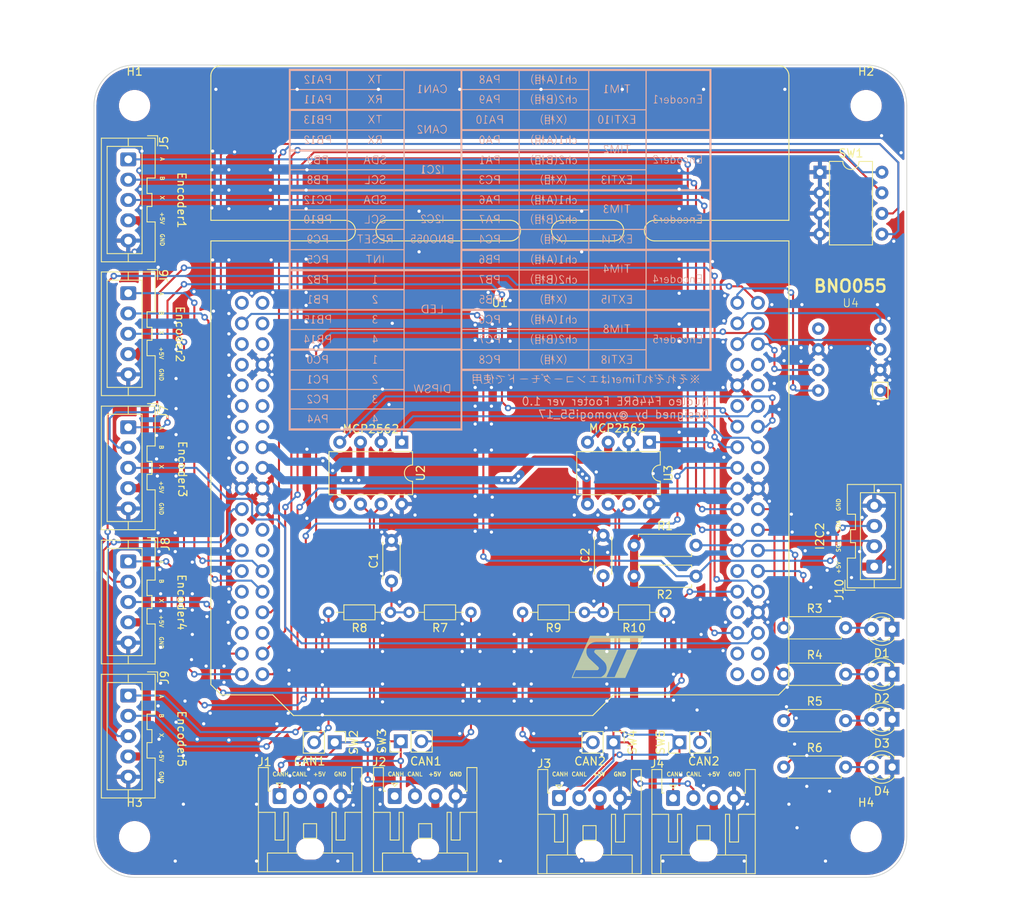
<source format=kicad_pcb>
(kicad_pcb (version 20221018) (generator pcbnew)
  (layers (0 "F.Cu" signal) (31 "B.Cu" signal) (34 "B.Paste" user) (35 "F.Paste" user) (36 "B.SilkS" user "B.Silkscreen") (37 "F.SilkS" user "F.Silkscreen") (38 "B.Mask" user) (39 "F.Mask" user) (44 "Edge.Cuts" user))
  (net 0 "")
  (net 3 "Net-(J1-Pin_1)")
  (net 5 "Net-(J1-Pin_2)")
  (net 6 "Net-(J3-Pin_1)")
  (net 11 "Net-(J3-Pin_2)")
  (net 13 "TIM1_CH1")
  (net 15 "TIM1_CH2")
  (net 18 "TIM1_X")
  (net 19 "TIM2_CH1")
  (net 21 "TIM2_CH2")
  (net 22 "TIM2_X")
  (net 23 "TIM3_CH1")
  (net 24 "TIM3_CH2")
  (net 26 "TIM3_X")
  (net 28 "TIM4_CH1")
  (net 33 "TIM4_CH2")
  (net 34 "TIM4_X")
  (net 37 "TIM8_CH1")
  (net 38 "TIM8_CH2")
  (net 39 "TIM8_X")
  (net 40 "I2C2_SCL")
  (net 43 "I2C2_SDA")
  (net 52 "+5V")
  (net 53 "GND")
  (net 54 "+3V3")
  (net 55 "DIPSW4")
  (net 56 "CAN1_RX")
  (net 57 "CAN1_TX")
  (net 58 "LED3")
  (net 59 "LED4")
  (net 60 "LED1")
  (net 61 "LED2")
  (net 62 "I2C1_SCL")
  (net 63 "I2C1_SDA")
  (net 64 "CAN2_RX")
  (net 65 "CAN2_TX")
  (net 66 "DIPSW1")
  (net 67 "DIPSW2")
  (net 68 "DIPSW3")
  (net 69 "BNO055_INT")
  (net 70 "BNO055_RESET")
  (net 74 "Net-(C1-Pad1)")
  (net 75 "Net-(C2-Pad1)")
  (net 76 "Net-(D1-A)")
  (net 77 "Net-(D2-A)")
  (net 78 "Net-(D3-A)")
  (net 79 "Net-(D4-A)")
  (net 80 "Net-(R7-Pad1)")
  (net 81 "Net-(R8-Pad2)")
  (net 82 "Net-(R9-Pad2)")
  (net 83 "Net-(R10-Pad1)")
  (footprint "Resistor_THT:R_Axial_DIN0207_L6.3mm_D2.5mm_P7.62mm_Horizontal" (layer "F.Cu") (at 189.865 132.715)
    (fp_text reference "R5")
    (fp_text value "1K")
  )
  (footprint "Connector_PinHeader_2.54mm:PinHeader_1x02_P2.54mm_Vertical" (layer "F.Cu") (at 177.033 135.382 90)
    (fp_text reference "SW5")
    (fp_text value "CAN_SELECT")
  )
  (footprint "Package_DIP:DIP-8_W7.62mm" (layer "F.Cu") (at 194.32 65.2)
    (fp_text reference "SW1")
    (fp_text value "SW_DIP_x04")
  )
  (footprint "Connector_JST:JST_XA_B05B-XASK-1_1x05_P2.50mm_Vertical" (layer "F.Cu") (at 109.22 129.62 -90)
    (fp_text reference "J9")
    (fp_text value "Conn_01x05_Socket")
  )
  (footprint "Resistor_THT:R_Axial_DIN0207_L6.3mm_D2.5mm_P7.62mm_Horizontal" (layer "F.Cu") (at 171.45 111.125)
    (fp_text reference "R1")
    (fp_text value "4.7K")
  )
  (footprint "Connector_JST:JST_XA_B05B-XASK-1_1x05_P2.50mm_Vertical" (layer "F.Cu") (at 109.22 96.6 -90)
    (fp_text reference "J7")
    (fp_text value "Conn_01x05_Socket")
  )
  (footprint "Connector_JST:JST_XA_S04B-XASK-1_1x04_P2.50mm_Horizontal" (layer "F.Cu") (at 176.25 142.24)
    (fp_text reference "J4")
    (fp_text value "Conn_01x04_Socket")
  )
  (footprint "MountingHole:MountingHole_3.2mm_M3" (layer "F.Cu") (at 200 57)
    (fp_text reference "H2")
    (fp_text value "MountingHole")
  )
  (footprint "Package_DIP:DIP-8_W7.62mm" (layer "F.Cu") (at 142.865 98.435 -90)
    (fp_text reference "U2")
    (fp_text value "MCP2562-E-P")
  )
  (footprint "LED_THT:LED_D3.0mm" (layer "F.Cu") (at 203.2 132.55 180)
    (fp_text reference "D3")
    (fp_text value "LED")
  )
  (footprint "Connector_PinHeader_2.54mm:PinHeader_1x02_P2.54mm_Vertical" (layer "F.Cu") (at 168.91 135.382 -90)
    (fp_text reference "SW4")
    (fp_text value "CAN_SELECT")
  )
  (footprint "Connector_JST:JST_XA_S04B-XASK-1_1x04_P2.50mm_Horizontal" (layer "F.Cu") (at 142 142)
    (fp_text reference "J2")
    (fp_text value "Conn_01x04_Socket")
  )
  (footprint "Resistor_THT:R_Axial_DIN0204_L3.6mm_D1.6mm_P7.62mm_Horizontal" (layer "F.Cu") (at 151.384 119.38 180)
    (fp_text reference "R7")
    (fp_text value "60")
  )
  (footprint "MountingHole:MountingHole_3.2mm_M3" (layer "F.Cu") (at 110 147)
    (fp_text reference "H3")
    (fp_text value "MountingHole")
  )
  (footprint "Resistor_THT:R_Axial_DIN0207_L6.3mm_D2.5mm_P7.62mm_Horizontal" (layer "F.Cu") (at 189.865 138.43)
    (fp_text reference "R6")
    (fp_text value "1K")
  )
  (footprint "Connector_JST:JST_XA_B05B-XASK-1_1x05_P2.50mm_Vertical" (layer "F.Cu") (at 109.22 113.11 -90)
    (fp_text reference "J8")
    (fp_text value "Conn_01x05_Socket")
  )
  (footprint "Resistor_THT:R_Axial_DIN0207_L6.3mm_D2.5mm_P7.62mm_Horizontal" (layer "F.Cu") (at 189.865 121.285)
    (fp_text reference "R3")
    (fp_text value "1K")
  )
  (footprint "Connector_JST:JST_XA_B04B-XASK-1_1x04_P2.50mm_Vertical" (layer "F.Cu") (at 201 113.75 90)
    (fp_text reference "J10")
    (fp_text value "Conn_01x04_Socket")
  )
  (footprint "LED_THT:LED_D3.0mm" (layer "F.Cu") (at 203.2 127 180)
    (fp_text reference "D2")
    (fp_text value "LED")
  )
  (footprint "Resistor_THT:R_Axial_DIN0207_L6.3mm_D2.5mm_P7.62mm_Horizontal" (layer "F.Cu") (at 189.865 127)
    (fp_text reference "R4")
    (fp_text value "1K")
  )
  (footprint "Resistor_THT:R_Axial_DIN0207_L6.3mm_D2.5mm_P7.62mm_Horizontal" (layer "F.Cu") (at 171.45 114.935)
    (fp_text reference "R2")
    (fp_text value "4.7K")
  )
  (footprint "Resistor_THT:R_Axial_DIN0204_L3.6mm_D1.6mm_P7.62mm_Horizontal" (layer "F.Cu") (at 141.478 119.38 180)
    (fp_text reference "R8")
    (fp_text value "60")
  )
  (footprint "Resistor_THT:R_Axial_DIN0204_L3.6mm_D1.6mm_P7.62mm_Horizontal" (layer "F.Cu") (at 165.354 119.38 180)
    (fp_text reference "R9")
    (fp_text value "60")
  )
  (footprint "Connector_JST:JST_XA_S04B-XASK-1_1x04_P2.50mm_Horizontal" (layer "F.Cu") (at 127.84 142)
    (fp_text reference "J1")
    (fp_text value "Conn_01x04_Socket")
  )
  (footprint "Capacitor_THT:C_Disc_D4.3mm_W1.9mm_P5.00mm" (layer "F.Cu") (at 141.605 115.53 90)
    (fp_text reference "C1")
    (fp_text value "4.7nF")
  )
  (footprint "Connector_PinHeader_2.54mm:PinHeader_1x02_P2.54mm_Vertical" (layer "F.Cu") (at 142.743 135.255 90)
    (fp_text reference "SW3")
    (fp_text value "CAN_SELECT")
  )
  (footprint "Connector_JST:JST_XA_B05B-XASK-1_1x05_P2.50mm_Vertical" (layer "F.Cu") (at 109.22 80.09 -90)
    (fp_text reference "J6")
    (fp_text value "Conn_01x05_Socket")
  )
  (footprint "NucleoBoard:Nucleo64" (layer "F.Cu") (at 154.94 81.28)
    (fp_text reference "U1")
    (fp_text value "~")
  )
  (footprint "BNO055_akituki:BNO055_akituki" (layer "F.Cu") (at 198.12 88 180)
    (fp_text reference "U4")
    (fp_text value "BNO055")
  )
  (footprint "Resistor_THT:R_Axial_DIN0204_L3.6mm_D1.6mm_P7.62mm_Horizontal" (layer "F.Cu") (at 175.26 119.38 180)
    (fp_text reference "R10")
    (fp_text value "60")
  )
  (footprint "MountingHole:MountingHole_3.2mm_M3" (layer "F.Cu") (at 110 57)
    (fp_text reference "H1")
    (fp_text value "MountingHole")
  )
  (footprint "Capacitor_THT:C_Disc_D4.3mm_W1.9mm_P5.00mm" (layer "F.Cu") (at 167.64 114.895 90)
    (fp_text reference "C2")
    (fp_text value "4.7nF")
  )
  (footprint "MountingHole:MountingHole_3.2mm_M3" (layer "F.Cu") (at 200 147)
    (fp_text reference "H4")
    (fp_text value "MountingHole")
  )
  (footprint "Connector_JST:JST_XA_S04B-XASK-1_1x04_P2.50mm_Horizontal" (layer "F.Cu") (at 162.22 142.24)
    (fp_text reference "J3")
    (fp_text value "Conn_01x04_Socket")
  )
  (footprint "Package_DIP:DIP-8_W7.62mm" (layer "F.Cu") (at 173.345 98.435 -90)
    (fp_text reference "U3")
    (fp_text value "MCP2562-E-P")
  )
  (footprint "LED_THT:LED_D3.0mm" (layer "F.Cu") (at 203.2 121.45 180)
    (fp_text reference "D1")
    (fp_text value "LED")
  )
  (footprint "Connector_JST:JST_XA_B05B-XASK-1_1x05_P2.50mm_Vertical" (layer "F.Cu") (at 109.22 63.62 -90)
    (fp_text reference "J5")
    (fp_text value "Conn_01x05_Socket")
  )
  (footprint "LED_THT:LED_D3.0mm" (layer "F.Cu") (at 203.2 138.43 180)
    (fp_text reference "D4")
    (fp_text value "LED")
  )
  (footprint "Connector_PinHeader_2.54mm:PinHeader_1x02_P2.54mm_Vertical" (layer "F.Cu") (at 134.625 135.382 -90)
    (fp_text reference "SW2")
    (fp_text value "CAN_SELECT")
  )
  (footprint "images:Pin1" (layer "B.Cu") (at 132.5 84.4 180)
    (fp_text reference "G***" hide)
    (fp_text value "LOGO" hide)
  )
  (gr_line (start 201.676 91.059) (end 200.787 91.059) (stroke (width 0.15)) (layer "F.SilkS"))
  (gr_line (start 202.692 93.091) (end 202.692 91.059) (stroke (width 0.15)) (layer "F.SilkS"))
  (gr_line (start 200.787 91.059) (end 200.787 93.091) (stroke (width 0.15)) (layer "F.SilkS"))
  (gr_line (start 200.787 93.091) (end 202.565 93.091) (stroke (width 0.15)) (layer "F.SilkS"))
  (gr_line (start 202.692 91.059) (end 201.676 91.059) (stroke (width 0.15)) (layer "F.SilkS"))
  (gr_line (start 202.692 93.091) (end 200.787 93.091) (stroke (width 0.15)) (layer "F.SilkS"))
  (gr_line (start 200.787 91.059) (end 200.787 92.964) (stroke (width 0.15)) (layer "F.SilkS"))
  (gr_arc (start 200 52) (mid 203.535534 53.464466) (end 205 57) (stroke (width 0.1)) (layer "Edge.Cuts"))
  (gr_line (start 205 57) (end 205 147) (stroke (width 0.1)) (layer "Edge.Cuts"))
  (gr_line (start 110 152) (end 200 152) (stroke (width 0.1)) (layer "Edge.Cuts"))
  (gr_arc (start 110 152) (mid 106.464466 150.535534) (end 105 147) (stroke (width 0.1)) (layer "Edge.Cuts"))
  (gr_line (start 110 52) (end 200 52) (stroke (width 0.1)) (layer "Edge.Cuts"))
  (gr_line (start 105 147) (end 105 57) (stroke (width 0.1)) (layer "Edge.Cuts"))
  (gr_arc (start 105 57) (mid 106.464466 53.464466) (end 110 52) (stroke (width 0.1)) (layer "Edge.Cuts"))
  (gr_arc (start 205 147) (mid 203.535534 150.535534) (end 200 152) (stroke (width 0.1)) (layer "Edge.Cuts"))
  (gr_text "Nucleo F446RE Footer ver 1.0\nDesigned by @yomogi55_17" (at 180.8 95.6) (layer "B.SilkS") (effects (font (size 1 1) (thickness 0.125)) (justify left bottom mirror)))
  (gr_text "BNO055" (at 193.4 80.1) (layer "F.SilkS") (effects (font (size 1.5 1.5) (thickness 0.3) bold) (justify left bottom)))
  (gr_text "CANH" (at 161.3 139.6) (layer "F.SilkS") (effects (font (size 0.5 0.5) (thickness 0.1) bold) (justify left bottom)))
  (gr_text "+5V" (at 146.1 139.6) (layer "F.SilkS") (effects (font (size 0.5 0.5) (thickness 0.1) bold) (justify left bottom)))
  (gr_text "CAN2" (at 164 138.3) (layer "F.SilkS") (effects (font (size 1 1)) (justify left bottom)))
  (gr_text "+5V" (at 166.3 139.6) (layer "F.SilkS") (effects (font (size 0.5 0.5) (thickness 0.1) bold) (justify left bottom)))
  (gr_text "GND" (at 149.5 139.6) (layer "F.SilkS") (effects (font (size 0.5 0.5) (thickness 0.1) bold) (justify bottom)))
  (gr_text "MCP2562\n" (at 135.5 97.4) (layer "F.SilkS") (effects (font (size 1 1)) (justify left bottom)))
  (gr_text "A     B     X    +5V   GND" (at 113 129.465 270) (layer "F.SilkS") (effects (font (size 0.5 0.5) (thickness 0.1) bold) (justify left bottom)))
  (gr_text "A     B     X    +5V   GND" (at 113 112.9 270) (layer "F.SilkS") (effects (font (size 0.5 0.5) (thickness 0.1) bold) (justify left bottom)))
  (gr_text "Encoder3" (at 115.3 98.2 270) (layer "F.SilkS") (effects (font (size 1 1)) (justify left bottom)))
  (gr_text "+5V" (at 180.4 139.6) (layer "F.SilkS") (effects (font (size 0.5 0.5) (thickness 0.1) bold) (justify left bottom)))
  (gr_text "GND" (at 169.7 139.6) (layer "F.SilkS") (effects (font (size 0.5 0.5) (thickness 0.1) bold) (justify bottom)))
  (gr_text "CANH" (at 126.9 139.6) (layer "F.SilkS") (effects (font (size 0.5 0.5) (thickness 0.1) bold) (justify left bottom)))
  (gr_text "CANL" (at 177.8 139.6) (layer "F.SilkS") (effects (font (size 0.5 0.5) (thickness 0.1) bold) (justify left bottom)))
  (gr_text "+5V" (at 131.9 139.6) (layer "F.SilkS") (effects (font (size 0.5 0.5) (thickness 0.1) bold) (justify left bottom)))
  (gr_text "I2C2" (at 194.9 111.8 90) (layer "F.SilkS") (effects (font (size 1 1)) (justify left bottom)))
  (gr_text "CANL" (at 163.7 139.6) (layer "F.SilkS") (effects (font (size 0.5 0.5) (thickness 0.1) bold) (justify left bottom)))
  (gr_text "CANL" (at 129.3 139.6) (layer "F.SilkS") (effects (font (size 0.5 0.5) (thickness 0.1) bold) (justify left bottom)))
  (gr_text "CAN2\n" (at 178 138.3) (layer "F.SilkS") (effects (font (size 1 1)) (justify left bottom)))
  (gr_text "Encoder1" (at 115.2 65.1 270) (layer "F.SilkS") (effects (font (size 1 1)) (justify left bottom)))
  (gr_text "+5V" (at 146.1 139.6) (layer "F.SilkS") (effects (font (size 0.5 0.5) (thickness 0.1) bold) (justify left bottom)))
  (gr_text "A     B     X    +5V   GND" (at 113.1 63.3 270) (layer "F.SilkS") (effects (font (size 0.5 0.5) (thickness 0.1) bold) (justify left bottom)))
  (gr_text "GND" (at 135.3 139.6) (layer "F.SilkS") (effects (font (size 0.5 0.5) (thickness 0.1) bold) (justify bottom)))
  (gr_text "Encoder4" (at 115.2 114.6 270) (layer "F.SilkS") (effects (font (size 1 1)) (justify left bottom)))
  (gr_text "CANH" (at 141.1 139.6) (layer "F.SilkS") (effects (font (size 0.5 0.5) (thickness 0.1) bold) (justify left bottom)))
  (gr_text "GND" (at 149.5 139.6) (layer "F.SilkS") (effects (font (size 0.5 0.5) (thickness 0.1) bold) (justify bottom)))
  (gr_text "GND" (at 169.7 139.6) (layer "F.SilkS") (effects (font (size 0.5 0.5) (thickness 0.1) bold) (justify bottom)))
  (gr_text "CANH" (at 175.4 139.6) (layer "F.SilkS") (effects (font (size 0.5 0.5) (thickness 0.1) bold) (justify left bottom)))
  (gr_text "GND" (at 183.8 139.6) (layer "F.SilkS") (effects (font (size 0.5 0.5) (thickness 0.1) bold) (justify bottom)))
  (gr_text "CANL" (at 143.5 139.6) (layer "F.SilkS") (effects (font (size 0.5 0.5) (thickness 0.1) bold) (justify left bottom)))
  (gr_text "A     B     X    +5V   GND" (at 113 79.9 270) (layer "F.SilkS") (effects (font (size 0.5 0.5) (thickness 0.1) bold) (justify left bottom)))
  (gr_text "A     B     X    +5V   GND" (at 113 96.4 270) (layer "F.SilkS") (effects (font (size 0.5 0.5) (thickness 0.1) bold) (justify left bottom)))
  (gr_text "+5V" (at 180.4 139.6) (layer "F.SilkS") (effects (font (size 0.5 0.5) (thickness 0.1) bold) (justify left bottom)))
  (gr_text "CAN1" (at 129.5 138.3) (layer "F.SilkS") (effects (font (size 1 1)) (justify left bottom)))
  (gr_text "+5V" (at 166.3 139.6) (layer "F.SilkS") (effects (font (size 0.5 0.5) (thickness 0.1) bold) (justify left bottom)))
  (gr_text "Encoder5" (at 115.2 131.4 270) (layer "F.SilkS") (effects (font (size 1 1)) (justify left bottom)))
  (gr_text "Encoder2" (at 115 81.6 270) (layer "F.SilkS") (effects (font (size 1 1)) (justify left bottom)))
  (gr_text "+5V   SCL   SDA   GND" (at 196.9 114.7 90) (layer "F.SilkS") (effects (font (size 0.5 0.5) (thickness 0.1) bold) (justify left bottom)))
  (gr_text "MCP2562" (at 165.8 97.3) (layer "F.SilkS") (effects (font (size 1 1)) (justify left bottom)))
  (gr_text "CAN1" (at 143.8 138.3) (layer "F.SilkS") (effects (font (size 1 1)) (justify left bottom)))
  (segment (start 142.743 135.255) (end 142.743 141.257) (width 0.25) (layer "F.Cu") (net 3))
  (segment (start 140.325 106.309) (end 140.325 106.055) (width 0.25) (layer "F.Cu") (net 3))
  (segment (start 127.84 138.352) (end 127.84 142) (width 0.25) (layer "F.Cu") (net 3))
  (segment (start 140.335 135.255) (end 139.446 134.366) (width 0.25) (layer "F.Cu") (net 3))
  (segment (start 128.016 138.176) (end 127.84 138.352) (width 0.25) (layer "F.Cu") (net 3))
  (segment (start 139.446 107.188) (end 140.325 106.309) (width 0.25) (layer "F.Cu") (net 3))
  (segment (start 142.743 141.257) (end 142 142) (width 0.25) (layer "F.Cu") (net 3))
  (segment (start 139.446 134.366) (end 139.446 107.188) (width 0.25) (layer "F.Cu") (net 3))
  (segment (start 142.743 135.255) (end 140.335 135.255) (width 0.25) (layer "F.Cu") (net 3))
  (via (at 128.016 138.176) (size 0.8) (drill 0.4) (layers "F.Cu" "B.Cu") (net 3))
  (via (at 142.743 137.668) (size 0.8) (drill 0.4) (layers "F.Cu" "B.Cu") (net 3))
  (segment (start 128.524 137.668) (end 128.016 138.176) (width 0.25) (layer "B.Cu") (net 3))
  (segment (start 142.743 137.668) (end 128.524 137.668) (width 0.25) (layer "B.Cu") (net 3))
  (segment (start 130.81 137.16) (end 130.34 137.63) (width 0.25) (layer "F.Cu") (net 5))
  (segment (start 137.922 135.382) (end 134.625 135.382) (width 0.25) (layer "F.Cu") (net 5))
  (segment (start 133.604 137.16) (end 130.81 137.16) (width 0.25) (layer "F.Cu") (net 5))
  (segment (start 138.938 134.366) (end 137.922 135.382) (width 0.25) (layer "F.Cu") (net 5))
  (segment (start 138.684 135.636) (end 138.684 139.954) (width 0.25) (layer "F.Cu") (net 5))
  (segment (start 130.34 137.63) (end 130.34 142) (width 0.25) (layer "F.Cu") (net 5))
  (segment (start 138.938 107.208) (end 138.938 134.366) (width 0.25) (layer "F.Cu") (net 5))
  (segment (start 134.625 135.382) (end 134.625 136.139) (width 0.25) (layer "F.Cu") (net 5))
  (segment (start 137.785 106.055) (end 138.938 107.208) (width 0.25) (layer "F.Cu") (net 5))
  (segment (start 134.625 136.139) (end 133.604 137.16) (width 0.25) (layer "F.Cu") (net 5))
  (via (at 138.684 135.636) (size 0.8) (drill 0.4) (layers "F.Cu" "B.Cu") (net 5))
  (via (at 138.684 139.954) (size 0.8) (drill 0.4) (layers "F.Cu" "B.Cu") (net 5))
  (segment (start 138.938 140.208) (end 143.764 140.208) (width 0.25) (layer "B.Cu") (net 5))
  (segment (start 138.43 135.382) (end 138.684 135.636) (width 0.25) (layer "B.Cu") (net 5))
  (segment (start 144.5 140.944) (end 144.5 142) (width 0.25) (layer "B.Cu") (net 5))
  (segment (start 134.625 135.382) (end 138.43 135.382) (width 0.25) (layer "B.Cu") (net 5))
  (segment (start 138.684 139.954) (end 138.938 140.208) (width 0.25) (layer "B.Cu") (net 5))
  (segment (start 143.764 140.208) (end 144.5 140.944) (width 0.25) (layer "B.Cu") (net 5))
  (segment (start 170.196077 134.440077) (end 170.352163 134.440077) (width 0.25) (layer "F.Cu") (net 6))
  (segment (start 169.614 107.246) (end 169.614 133.858) (width 0.25) (layer "F.Cu") (net 6))
  (segment (start 177.033 136.901) (end 177.038 136.906) (width 0.25) (layer "F.Cu") (net 6))
  (segment (start 163.744 140.716) (end 162.22 142.24) (width 0.25) (layer "F.Cu") (net 6))
  (segment (start 165.354 140.716) (end 163.744 140.716) (width 0.25) (layer "F.Cu") (net 6))
  (segment (start 176.53 135.382) (end 177.033 135.382) (width 0.25) (layer "F.Cu") (net 6))
  (segment (start 176.25 137.694) (end 176.25 142.24) (width 0.25) (layer "F.Cu") (net 6))
  (segment (start 169.614 133.858) (end 169.963 134.207) (width 0.25) (layer "F.Cu") (net 6))
  (segment (start 170.805 106.055) (end 169.614 107.246) (width 0.25) (layer "F.Cu") (net 6))
  (segment (start 177.038 136.906) (end 176.25 137.694) (width 0.25) (layer "F.Cu") (net 6))
  (segment (start 177.033 135.382) (end 177.033 136.901) (width 0.25) (layer "F.Cu") (net 6))
  (segment (start 169.164 136.906) (end 165.354 140.716) (width 0.25) (layer "F.Cu") (net 6))
  (segment (start 169.963 134.207) (end 170.196077 134.440077) (width 0.25) (layer "F.Cu") (net 6))
  (segment (start 169.164 136.906) (end 169.672 136.906) (width 0.25) (layer "F.Cu") (net 6))
  (via (at 169.672 136.906) (size 0.8) (drill 0.4) (layers "F.Cu" "B.Cu") (net 6))
  (via (at 170.352163 134.440077) (size 0.8) (drill 0.4) (layers "F.Cu" "B.Cu") (net 6))
  (segment (start 176.091077 134.440077) (end 177.033 135.382) (width 0.25) (layer "B.Cu") (net 6))
  (segment (start 177.033 135.387) (end 177.033 135.382) (width 0.25) (layer "B.Cu") (net 6))
  (segment (start 170.352163 134.440077) (end 176.091077 134.440077) (width 0.25) (layer "B.Cu") (net 6))
  (segment (start 169.672 136.906) (end 175.514 136.906) (width 0.25) (layer "B.Cu") (net 6))
  (segment (start 175.514 136.906) (end 177.033 135.387) (width 0.25) (layer "B.Cu") (net 6))
  (segment (start 171.958 140.462) (end 172.212 140.462) (width 0.25) (layer "F.Cu") (net 11))
  (segment (start 168.265 106.055) (end 169.164 106.954) (width 0.25) (layer "F.Cu") (net 11))
  (segment (start 178.054 140.462) (end 178.75 141.158) (width 0.25) (layer "F.Cu") (net 11))
  (segment (start 171.196 135.89) (end 171.196 139.7) (width 0.25) (layer "F.Cu") (net 11))
  (segment (start 169.164 133.858) (end 168.91 134.112) (width 0.25) (layer "F.Cu") (net 11))
  (segment (start 168.91 134.112) (end 168.91 135.382) (width 0.25) (layer "F.Cu") (net 11))
  (segment (start 170.688 135.382) (end 171.196 135.89) (width 0.25) (layer "F.Cu") (net 11))
  (segment (start 178.75 141.158) (end 178.75 142.24) (width 0.25) (layer "F.Cu") (net 11))
  (segment (start 171.196 139.7) (end 171.958 140.462) (width 0.25) (layer "F.Cu") (net 11))
  (segment (start 169.164 106.954) (end 169.164 133.858) (width 0.25) (layer "F.Cu") (net 11))
  (segment (start 168.91 135.382) (end 170.688 135.382) (width 0.25) (layer "F.Cu") (net 11))
  (via (at 172.212 140.462) (size 0.8) (drill 0.4) (layers "F.Cu" "B.Cu") (net 11))
  (via (at 178.054 140.462) (size 0.8) (drill 0.4) (layers "F.Cu" "B.Cu") (net 11))
  (segment (start 164.72 141.858) (end 164.72 142.24) (width 0.25) (layer "B.Cu") (net 11))
  (segment (start 168.91 137.668) (end 164.72 141.858) (width 0.25) (layer "B.Cu") (net 11))
  (segment (start 168.91 135.382) (end 168.91 137.668) (width 0.25) (layer "B.Cu") (net 11))
  (segment (start 172.212 140.462) (end 178.054 140.462) (width 0.25) (layer "B.Cu") (net 11))
  (segment (start 178.054 107.442) (end 178.054 64.262) (width 0.25) (layer "F.Cu") (net 13))
  (segment (start 179.832 109.22) (end 178.054 107.442) (width 0.25) (layer "F.Cu") (net 13))
  (via (at 179.832 109.22) (size 0.8) (drill 0.4) (layers "F.Cu" "B.Cu") (net 13))
  (via (at 178.054 64.262) (size 0.8) (drill 0.4) (layers "F.Cu" "B.Cu") (net 13))
  (segment (start 177.412 63.62) (end 178.054 64.262) (width 0.25) (layer "B.Cu") (net 13))
  (segment (start 109.22 63.62) (end 177.412 63.62) (width 0.25) (layer "B.Cu") (net 13))
  (segment (start 179.832 109.22) (end 184.15 109.22) (width 0.25) (layer "B.Cu") (net 13))
  (segment (start 179.07 66.802) (end 178.816 66.548) (width 0.25) (layer "F.Cu") (net 15))
  (segment (start 179.832 106.68) (end 179.07 105.918) (width 0.25) (layer "F.Cu") (net 15))
  (segment (start 179.07 105.918) (end 179.07 66.802) (width 0.25) (layer "F.Cu") (net 15))
  (via (at 179.832 106.68) (size 0.8) (drill 0.4) (layers "F.Cu" "B.Cu") (net 15))
  (via (at 178.816 66.548) (size 0.8) (drill 0.4) (layers "F.Cu" "B.Cu") (net 15))
  (segment (start 109.22 66.12) (end 109.554 65.786) (width 0.25) (layer "B.Cu") (net 15))
  (segment (start 109.22 66.12) (end 178.388 66.12) (width 0.25) (layer "B.Cu") (net 15))
  (segment (start 178.388 66.12) (end 178.816 66.548) (width 0.25) (layer "B.Cu") (net 15))
  (segment (start 179.832 106.68) (end 184.15 106.68) (width 0.25) (layer "B.Cu") (net 15))
  (segment (start 109.554 65.786) (end 109.728 65.786) (width 0.25) (layer "B.Cu") (net 15))
  (segment (start 180.086 69.342) (end 180.086 104.648) (width 0.25) (layer "F.Cu") (net 18))
  (segment (start 180.848 105.41) (end 180.848 121.412) (width 0.25) (layer "F.Cu") (net 18))
  (segment (start 180.848 121.412) (end 181.356 121.92) (width 0.25) (layer "F.Cu") (net 18))
  (segment (start 180.086 104.648) (end 180.848 105.41) (width 0.25) (layer "F.Cu") (net 18))
  (via (at 181.356 121.92) (size 0.8) (drill 0.4) (layers "F.Cu" "B.Cu") (net 18))
  (via (at 180.086 69.342) (size 0.8) (drill 0.4) (layers "F.Cu" "B.Cu") (net 18))
  (segment (start 179.364 68.62) (end 180.086 69.342) (width 0.25) (layer "B.Cu") (net 18))
  (segment (start 181.356 121.92) (end 184.15 121.92) (width 0.25) (layer "B.Cu") (net 18))
  (segment (start 109.22 68.62) (end 179.364 68.62) (width 0.25) (layer "B.Cu") (net 18))
  (segment (start 117.348 112.014) (end 118.364 113.03) (width 0.25) (layer "F.Cu") (net 19))
  (segment (start 117.348 81.28) (end 117.348 112.014) (width 0.25) (layer "F.Cu") (net 19))
  (via (at 118.364 113.03) (size 0.8) (drill 0.4) (layers "F.Cu" "B.Cu") (net 19))
  (via (at 117.348 81.28) (size 0.8) (drill 0.4) (layers "F.Cu" "B.Cu") (net 19))
  (segment (start 118.364 113.03) (end 124.46 113.03) (width 0.25) (layer "B.Cu") (net 19))
  (segment (start 124.46 113.03) (end 125.73 114.3) (width 0.25) (layer "B.Cu") (net 19))
  (segment (start 116.158 80.09) (end 117.348 81.28) (width 0.25) (layer "B.Cu") (net 19))
  (segment (start 109.22 80.09) (end 116.158 80.09) (width 0.25) (layer "B.Cu") (net 19))
  (segment (start 118.618 83.058) (end 119.089 83.529) (width 0.25) (layer "F.Cu") (net 21))
  (segment (start 119.089 83.529) (end 119.089 114.517) (width 0.25) (layer "F.Cu") (net 21))
  (segment (start 119.089 114.517) (end 119.888 115.316) (width 0.25) (layer "F.Cu") (net 21))
  (via (at 118.618 83.058) (size 0.8) (drill 0.4) (layers "F.Cu" "B.Cu") (net 21))
  (via (at 119.888 115.316) (size 0.8) (drill 0.4) (layers "F.Cu" "B.Cu") (net 21))
  (segment (start 118.15 82.59) (end 118.618 83.058) (width 0.25) (layer "B.Cu") (net 21))
  (segment (start 120.047 115.475) (end 124.365 115.475) (width 0.25) (layer "B.Cu") (net 21))
  (segment (start 109.22 82.59) (end 118.15 82.59) (width 0.25) (layer "B.Cu") (net 21))
  (segment (start 119.888 115.316) (end 120.047 115.475) (width 0.25) (layer "B.Cu") (net 21))
  (segment (start 124.365 115.475) (end 125.73 116.84) (width 0.25) (layer "B.Cu") (net 21))
  (segment (start 116.078 86.106) (end 116.078 125.73) (width 0.25) (layer "F.Cu") (net 22))
  (segment (start 116.078 125.73) (end 117.348 127) (width 0.25) (layer "F.Cu") (net 22))
  (via (at 116.078 86.106) (size 0.8) (drill 0.4) (layers "F.Cu" "B.Cu") (net 22))
  (via (at 117.348 127) (size 0.8) (drill 0.4) (layers "F.Cu" "B.Cu") (net 22))
  (segment (start 115.062 85.09) (end 116.078 86.106) (width 0.25) (layer "B.Cu") (net 22))
  (segment (start 117.348 127) (end 123.19 127) (width 0.25) (layer "B.Cu") (net 22))
  (segment (start 109.22 85.09) (end 115.062 85.09) (width 0.25) (layer "B.Cu") (net 22))
  (segment (start 114.046 81.026) (end 116.078 78.994) (width 0.25) (layer "F.Cu") (net 23))
  (segment (start 183.134 95.287) (end 183.134 95.504) (width 0.25) (layer "F.Cu") (net 23))
  (segment (start 114.046 96.012) (end 114.046 81.026) (width 0.25) (layer "F.Cu") (net 23))
  (segment (start 155.194 80.264) (end 155.194 93.472) (width 0.25) (layer "F.Cu") (net 23))
  (segment (start 155.194 93.472) (end 155.956 94.234) (width 0.25) (layer "F.Cu") (net 23))
  (segment (start 182.372 94.525) (end 183.134 95.287) (width 0.25) (layer "F.Cu") (net 23))
  (segment (start 183.134 95.504) (end 184.15 96.52) (width 0.25) (layer "F.Cu") (net 23))
  (via (at 155.956 94.234) (size 0.8) (drill 0.4) (layers "F.Cu" "B.Cu") (net 23))
  (via (at 116.078 78.994) (size 0.8) (drill 0.4) (layers "F.Cu" "B.Cu") (net 23))
  (via (at 114.046 96.012) (size 0.8) (drill 0.4) (layers "F.Cu" "B.Cu") (net 23))
  (via (at 155.194 80.264) (size 0.8) (drill 0.4) (layers "F.Cu" "B.Cu") (net 23))
  (via (at 182.372 94.525) (size 0.8) (drill 0.4) (layers "F.Cu" "B.Cu") (net 23))
  (segment (start 182.372 94.525) (end 182.081 94.234) (width 0.25) (layer "B.Cu") (net 23))
  (segment (start 109.22 96.6) (end 113.458 96.6) (width 0.25) (layer "B.Cu") (net 23))
  (segment (start 116.078 78.994) (end 153.924 78.994) (width 0.25) (layer "B.Cu") (net 23))
  (segment (start 153.924 78.994) (end 155.194 80.264) (width 0.25) (layer "B.Cu") (net 23))
  (segment (start 113.458 96.6) (end 114.046 96.012) (width 0.25) (layer "B.Cu") (net 23))
  (segment (start 182.081 94.234) (end 155.956 94.234) (width 0.25) (layer "B.Cu") (net 23))
  (segment (start 112.776 94.234) (end 112.776 80.264) (width 0.25) (layer "F.Cu") (net 24))
  (segment (start 112.776 80.264) (end 116.078 76.962) (width 0.25) (layer "F.Cu") (net 24))
  (segment (start 181.356 93.472) (end 181.365305 93.472) (width 0.25) (layer "F.Cu") (net 24))
  (segment (start 181.356 97.79) (end 181.351347 97.794653) (width 0.25) (layer "F.Cu") (net 24))
  (segment (start 181.356 93.472) (end 181.356 97.79) (width 0.25) (layer "F.Cu") (net 24))
  (segment (start 181.356 77.978) (end 181.356 93.472) (width 0.25) (layer "F.Cu") (net 24))
  (via (at 181.351347 97.794653) (size 0.8) (drill 0.4) (layers "F.Cu" "B.Cu") (net 24))
  (via (at 112.776 94.234) (size 0.8) (drill 0.4) (layers "F.Cu" "B.Cu") (net 24))
  (via (at 116.078 76.962) (size 0.8) (drill 0.4) (layers "F.Cu" "B.Cu") (net 24))
  (via (at 181.356 77.978) (size 0.8) (drill 0.4) (layers "F.Cu" "B.Cu") (net 24))
  (segment (start 181.351347 97.794653) (end 182.616694 99.06) (width 0.25) (layer "B.Cu") (net 24))
  (segment (start 106.934 95.504) (end 107.696 94.742) (width 0.25) (layer "B.Cu") (net 24))
  (segment (start 182.616694 99.06) (end 184.15 99.06) (width 0.25) (layer "B.Cu") (net 24))
  (segment (start 107.99 99.1) (end 106.934 98.044) (width 0.25) (layer "B.Cu") (net 24))
  (segment (start 180.34 76.962) (end 181.356 77.978) (width 0.25) (layer "B.Cu") (net 24))
  (segment (start 106.934 98.044) (end 106.934 95.504) (width 0.25) (layer "B.Cu") (net 24))
  (segment (start 116.078 76.962) (end 180.34 76.962) (width 0.25) (layer "B.Cu") (net 24))
  (segment (start 107.696 94.742) (end 112.268 94.742) (width 0.25) (layer "B.Cu") (net 24))
  (segment (start 112.268 94.742) (end 112.776 94.234) (width 0.25) (layer "B.Cu") (net 24))
  (segment (start 109.22 99.1) (end 107.99 99.1) (width 0.25) (layer "B.Cu") (net 24))
  (segment (start 124.46 107.442) (end 124.968 107.95) (width 0.25) (layer "B.Cu") (net 26))
  (segment (start 121.412 105.41) (end 124.206 105.41) (width 0.25) (layer "B.Cu") (net 26))
  (segment (start 127.508 107.95) (end 128.524 108.966) (width 0.25) (layer "B.Cu") (net 26))
  (segment (start 124.46 105.664) (end 124.46 107.442) (width 0.25) (layer "B.Cu") (net 26))
  (segment (start 130.556 123.19) (end 185.42 123.19) (width 0.25) (layer "B.Cu") (net 26))
  (segment (start 124.206 105.41) (end 124.46 105.664) (width 0.25) (layer "B.Cu") (net 26))
  (segment (start 185.42 123.19) (end 186.69 121.92) (width 0.25) (layer "B.Cu") (net 26))
  (segment (start 124.968 107.95) (end 127.508 107.95) (width 0.25) (layer "B.Cu") (net 26))
  (segment (start 109.22 101.6) (end 117.602 101.6) (width 0.25) (layer "B.Cu") (net 26))
  (segment (start 117.602 101.6) (end 121.412 105.41) (width 0.25) (layer "B.Cu") (net 26))
  (segment (start 128.524 121.158) (end 130.556 123.19) (width 0.25) (layer "B.Cu") (net 26))
  (segment (start 128.524 108.966) (end 128.524 121.158) (width 0.25) (layer "B.Cu") (net 26))
  (segment (start 131.064 129.794) (end 131.064 109.982) (width 0.25) (layer "F.Cu") (net 28))
  (segment (start 114.554 127) (end 115.57 128.016) (width 0.25) (layer "F.Cu") (net 28))
  (segment (start 118.364 130.81) (end 118.618 130.81) (width 0.25) (layer "F.Cu") (net 28))
  (segment (start 114.554 113.792) (end 114.554 127) (width 0.25) (layer "F.Cu") (net 28))
  (segment (start 115.57 128.016) (end 118.364 130.81) (width 0.25) (layer "F.Cu") (net 28))
  (segment (start 113.872 113.11) (end 114.554 113.792) (width 0.25) (layer "F.Cu") (net 28))
  (segment (start 176.784 107.95) (end 176.784 102.616) (width 0.25) (layer "F.Cu") (net 28))
  (segment (start 130.81 130.048) (end 131.064 129.794) (width 0.25) (layer "F.Cu") (net 28))
  (via (at 113.872 113.11) (size 0.8) (drill 0.4) (layers "F.Cu" "B.Cu") (net 28))
  (via (at 176.784 107.95) (size 0.8) (drill 0.4) (layers "F.Cu" "B.Cu") (net 28))
  (via (at 118.618 130.81) (size 0.8) (drill 0.4) (layers "F.Cu" "B.Cu") (net 28))
  (via (at 176.784 102.616) (size 0.8) (drill 0.4) (layers "F.Cu" "B.Cu") (net 28))
  (via (at 131.064 109.982) (size 0.8) (drill 0.4) (layers "F.Cu" "B.Cu") (net 28))
  (via (at 130.81 130.048) (size 0.8) (drill 0.4) (layers "F.Cu" "B.Cu") (net 28))
  (segment (start 131.064 109.728) (end 132.334 108.458) (width 0.25) (layer "B.Cu") (net 28))
  (segment (start 130.81 130.048) (end 130.048 130.81) (width 0.25) (layer "B.Cu") (net 28))
  (segment (start 176.784 102.616) (end 177.8 101.6) (width 0.25) (layer "B.Cu") (net 28))
  (segment (start 130.048 130.81) (end 118.618 130.81) (width 0.25) (layer "B.Cu") (net 28))
  (segment (start 176.276 108.458) (end 176.784 107.95) (width 0.25) (layer "B.Cu") (net 28))
  (segment (start 132.334 108.458) (end 176.276 108.458) (width 0.25) (layer "B.Cu") (net 28))
  (segment (start 177.8 101.6) (end 184.15 101.6) (width 0.25) (layer "B.Cu") (net 28))
  (segment (start 131.064 109.982) (end 131.064 109.728) (width 0.25) (layer "B.Cu") (net 28))
  (segment (start 109.22 113.11) (end 113.872 113.11) (width 0.25) (layer "B.Cu") (net 28))
  (segment (start 106.172 114.3) (end 106.172 111.76) (width 0.25) (layer "F.Cu") (net 33))
  (segment (start 109.22 115.61) (end 107.482 115.61) (width 0.25) (layer "F.Cu") (net 33))
  (segment (start 106.172 111.76) (end 107.188 110.744) (width 0.25) (layer "F.Cu") (net 33))
  (segment (start 107.482 115.61) (end 106.172 114.3) (width 0.25) (layer "F.Cu") (net 33))
  (segment (start 107.188 110.744) (end 107.442 110.744) (width 0.25) (layer "F.Cu") (net 33))
  (via (at 107.442 110.744) (size 0.8) (drill 0.4) (layers "F.Cu" "B.Cu") (net 33))
  (segment (start 121.666 109.728) (end 121.666 107.188) (width 0.25) (layer "B.Cu") (net 33))
  (segment (start 107.442 110.744) (end 120.65 110.744) (width 0.25) (layer "B.Cu") (net 33))
  (segment (start 120.65 110.744) (end 121.666 109.728) (width 0.25) (layer "B.Cu") (net 33))
  (segment (start 122.174 106.68) (end 123.19 106.68) (width 0.25) (layer "B.Cu") (net 33))
  (segment (start 121.666 107.188) (end 122.174 106.68) (width 0.25) (layer "B.Cu") (net 33))
  (segment (start 177.292 117.856) (end 178.308 116.84) (width 0.25) (layer "F.Cu") (net 34))
  (segment (start 118.872 118.364) (end 119.888 119.38) (width 0.25) (layer "F.Cu") (net 34))
  (segment (start 119.888 128.27) (end 120.904 129.286) (width 0.25) (layer "F.Cu") (net 34))
  (segment (start 177.292 127.762) (end 177.292 117.856) (width 0.25) (layer "F.Cu") (net 34))
  (segment (start 119.888 119.38) (end 119.888 128.27) (width 0.25) (layer "F.Cu") (net 34))
  (via (at 177.292 127.762) (size 0.8) (drill 0.4) (layers "F.Cu" "B.Cu") (net 34))
  (via (at 118.872 118.364) (size 0.8) (drill 0.4) (layers "F.Cu" "B.Cu") (net 34))
  (via (at 120.904 129.286) (size 0.8) (drill 0.4) (layers "F.Cu" "B.Cu") (net 34))
  (via (at 178.308 116.84) (size 0.8) (drill 0.4) (layers "F.Cu" "B.Cu") (net 34))
  (segment (start 118.618 118.11) (end 118.872 118.364) (width 0.25) (layer "B.Cu") (net 34))
  (segment (start 109.22 118.11) (end 118.618 118.11) (width 0.25) (layer "B.Cu") (net 34))
  (segment (start 120.904 129.286) (end 175.768 129.286) (width 0.25) (layer "B.Cu") (net 34))
  (segment (start 178.308 116.84) (end 184.15 116.84) (width 0.25) (layer "B.Cu") (net 34))
  (segment (start 175.768 129.286) (end 177.292 127.762) (width 0.25) (layer "B.Cu") (net 34))
  (segment (start 129.794 134.112) (end 132.334 131.572) (width 0.25) (layer "F.Cu") (net 37))
  (segment (start 185.515 84.995) (end 186.69 83.82) (width 0.25) (layer "F.Cu") (net 37))
  (segment (start 182.531 84.995) (end 185.515 84.995) (width 0.25) (layer "F.Cu") (net 37))
  (segment (start 182.372 84.836) (end 182.531 84.995) (width 0.25) (layer "F.Cu") (net 37))
  (segment (start 132.334 131.572) (end 132.334 86.868) (width 0.25) (layer "F.Cu") (net 37))
  (via (at 182.372 84.836) (size 0.8) (drill 0.4) (layers "F.Cu" "B.Cu") (net 37))
  (via (at 132.334 86.868) (size 0.8) (drill 0.4) (layers "F.Cu" "B.Cu") (net 37))
  (via (at 129.794 134.112) (size 0.8) (drill 0.4) (layers "F.Cu" "B.Cu") (net 37))
  (segment (start 134.207 84.995) (end 182.213 84.995) (width 0.25) (layer "B.Cu") (net 37))
  (segment (start 129.794 134.112) (end 118.11 134.112) (width 0.25) (layer "B.Cu") (net 37))
  (segment (start 182.213 84.995) (end 182.372 84.836) (width 0.25) (layer "B.Cu") (net 37))
  (segment (start 132.334 86.868) (end 134.207 84.995) (width 0.25) (layer "B.Cu") (net 37))
  (segment (start 118.11 134.112) (end 113.618 129.62) (width 0.25) (layer "B.Cu") (net 37))
  (segment (start 113.618 129.62) (end 109.22 129.62) (width 0.25) (layer "B.Cu") (net 37))
  (segment (start 130.048 106.68) (end 130.048 132.08) (width 0.25) (layer "F.Cu") (net 38))
  (segment (start 130.048 132.08) (end 126.238 135.89) (width 0.25) (layer "F.Cu") (net 38))
  (segment (start 126.238 135.89) (end 126.492 135.89) (width 0.25) (layer "F.Cu") (net 38))
  (segment (start 130.302 106.426) (end 130.048 106.68) (width 0.25) (layer "F.Cu") (net 38))
  (via (at 126.238 135.89) (size 0.8) (drill 0.4) (layers "F.Cu" "B.Cu") (net 38))
  (via (at 130.302 106.426) (size 0.8) (drill 0.4) (layers "F.Cu" "B.Cu") (net 38))
  (segment (start 132.588 104.14) (end 184.15 104.14) (width 0.25) (layer "B.Cu") (net 38))
  (segment (start 112.562 132.12) (end 115.316 134.874) (width 0.25) (layer "B.Cu") (net 38))
  (segment (start 109.22 132.12) (end 112.562 132.12) (width 0.25) (layer "B.Cu") (net 38))
  (segment (start 130.302 106.426) (end 132.588 104.14) (width 0.25) (layer "B.Cu") (net 38))
  (segment (start 116.332 135.89) (end 126.238 135.89) (width 0.25) (layer "B.Cu") (net 38))
  (segment (start 115.316 134.874) (end 116.332 135.89) (width 0.25) (layer "B.Cu") (net 38))
  (segment (start 106.68 109.474) (end 106.68 78.74) (width 0.25) (layer "F.Cu") (net 39))
  (segment (start 183.134 79.248) (end 184.658 79.248) (width 0.25) (layer "F.Cu") (net 39))
  (segment (start 184.658 79.248) (end 186.69 81.28) (width 0.25) (layer "F.Cu") (net 39))
  (segment (start 106.68 78.74) (end 107.442 77.978) (width 0.25) (layer "F.Cu") (net 39))
  (via (at 107.442 77.978) (size 0.8) (drill 0.4) (layers "F.Cu" "B.Cu") (net 39))
  (via (at 106.68 109.474) (size 0.8) (drill 0.4) (layers "F.Cu" "B.Cu") (net 39))
  (via (at 183.134 79.248) (size 0.8) (drill 0.4) (layers "F.Cu" "B.Cu") (net 39))
  (segment (start 157.03 79.052) (end 182.938 79.052) (width 0.25) (layer "B.Cu") (net 39))
  (segment (start 106.68 109.474) (end 106.717 109.511) (width 0.25) (layer "B.Cu") (net 39))
  (segment (start 107.442 77.978) (end 155.956 77.978) (width 0.25) (layer "B.Cu") (net 39))
  (segment (start 106.717 109.511) (end 106.717 133.387) (width 0.25) (layer "B.Cu") (net 39))
  (segment (start 182.938 79.052) (end 183.134 79.248) (width 0.25) (layer "B.Cu") (net 39))
  (segment (start 155.956 77.978) (end 157.03 79.052) (width 0.25) (layer "B.Cu") (net 39))
  (segment (start 106.717 133.387) (end 107.95 134.62) (width 0.25) (layer "B.Cu") (net 39))
  (segment (start 107.95 134.62) (end 109.22 134.62) (width 0.25) (layer "B.Cu") (net 39))
  (segment (start 200.335 110.585) (end 201 111.25) (width 0.25) (layer "B.Cu") (net 40))
  (segment (start 183.515 111.125) (end 184.15 111.76) (width 0.25) (layer "B.Cu") (net 40))
  (segment (start 179.07 111.125) (end 183.515 111.125) (width 0.25) (layer "B.Cu") (net 40))
  (segment (start 185.325 110.585) (end 200.335 110.585) (width 0.25) (layer "B.Cu") (net 40))
  (segment (start 184.15 111.76) (end 185.325 110.585) (width 0.25) (layer "B.Cu") (net 40))
  (segment (start 195.58 113.03) (end 196.342 112.268) (width 0.25) (layer "F.Cu") (net 43))
  (segment (start 152.908 83.566) (end 152.908 112.522) (width 0.25) (layer "F.Cu") (net 43))
  (segment (start 196.342 112.268) (end 196.342 109.728) (width 0.25) (layer "F.Cu") (net 43))
  (segment (start 196.342 109.728) (end 197.104 108.966) (width 0.25) (layer "F.Cu") (net 43))
  (segment (start 152.146 82.804) (end 152.908 83.566) (width 0.25) (layer "F.Cu") (net 43))
  (via (at 195.58 113.03) (size 0.8) (drill 0.4) (layers "F.Cu" "B.Cu") (net 43))
  (via (at 152.908 112.522) (size 0.8) (drill 0.4) (layers "F.Cu" "B.Cu") (net 43))
  (via (at 197.104 108.966) (size 0.8) (drill 0.4) (layers "F.Cu" "B.Cu") (net 43))
  (via (at 152.146 82.804) (size 0.8) (drill 0.4) (layers "F.Cu" "B.Cu") (net 43))
  (segment (start 197.104 108.966) (end 197.32 108.75) (width 0.25) (layer "B.Cu") (net 43))
  (segment (start 176.657 114.935) (end 174.752 113.03) (width 0.25) (layer "B.Cu") (net 43))
  (segment (start 153.416 113.03) (end 152.908 112.522) (width 0.25) (layer "B.Cu") (net 43))
  (segment (start 179.07 114.935) (end 180.975 113.03) (width 0.25) (layer "B.Cu") (net 43))
  (segment (start 151.987 82.645) (end 124.365 82.645) (width 0.25) (layer "B.Cu") (net 43))
  (segment (start 174.752 113.03) (end 153.416 113.03) (width 0.25) (layer "B.Cu") (net 43))
  (segment (start 180.975 113.03) (end 195.58 113.03) (width 0.25) (layer "B.Cu") (net 43))
  (segment (start 179.07 114.935) (end 176.657 114.935) (width 0.25) (layer "B.Cu") (net 43))
  (segment (start 152.146 82.804) (end 151.987 82.645) (width 0.25) (layer "B.Cu") (net 43))
  (segment (start 197.32 108.75) (end 201 108.75) (width 0.25) (layer "B.Cu") (net 43))
  (segment (start 124.365 82.645) (end 123.19 83.82) (width 0.25) (layer "B.Cu") (net 43))
  (segment (start 173.736 133.604) (end 173.736 143.764) (width 1) (layer "F.Cu") (net 52))
  (segment (start 166.37 144.526) (end 169.672 144.526) (width 1) (layer "F.Cu") (net 52))
  (segment (start 110.704 104.1) (end 111.506 104.902) (width 1) (layer "F.Cu") (net 52))
  (segment (start 168.265 99.959) (end 168.265 98.435) (width 1) (layer "F.Cu") (net 52))
  (segment (start 175.26 106.68) (end 171.45 110.49) (width 1) (layer "F.Cu") (net 52))
  (segment (start 201 113.706) (end 201 113.75) (width 1) (layer "F.Cu") (net 52))
  (segment (start 155.956 103.124) (end 155.194 103.124) (width 1) (layer "F.Cu") (net 52))
  (segment (start 110.49 71.12) (end 111.506 72.136) (width 1) (layer "F.Cu") (net 52))
  (segment (start 201 113.75) (end 197.654 113.75) (width 1) (layer "F.Cu") (net 52))
  (segment (start 197.654 113.75) (end 194.056 117.348) (width 1) (layer "F.Cu") (net 52))
  (segment (start 171.45 110.49) (end 171.45 114.935) (width 1) (layer "F.Cu") (net 52))
  (segment (start 191.008 144.526) (end 182.118 144.526) (width 1) (layer "F.Cu") (net 52))
  (segment (start 173.736 144.526) (end 175.006 144.526) (width 1) (layer "F.Cu") (net 52))
  (segment (start 156.718 103.124) (end 155.956 103.124) (width 1) (layer "F.Cu") (net 52))
  (segment (start 111.252 88.566) (end 111.252 103.378) (width 1) (layer "F.Cu") (net 52))
  (segment (start 109.22 71.12) (end 110.49 71.12) (width 1) (layer "F.Cu") (net 52))
  (segment (start 171.45 131.318) (end 173.736 133.604) (width 1) (layer "F.Cu") (net 52))
  (segment (start 168.265 99.959) (end 169.144 100.838) (width 1) (layer "F.Cu") (net 52))
  (segment (start 132.842 144.018) (end 132.84 144.016) (width 1) (layer "F.Cu") (net 52))
  (segment (start 110.276 87.59) (end 109.22 87.59) (width 1) (layer "F.Cu") (net 52))
  (segment (start 111.506 121.332) (end 111.506 136.398) (width 1) (layer "F.Cu") (net 52))
  (segment (start 111.506 86.36) (end 110.276 87.59) (width 1) (layer "F.Cu") (net 52))
  (segment (start 132.334 144.526) (end 132.842 144.018) (width 1) (layer "F.Cu") (net 52))
  (segment (start 174.498 144.526) (end 175.006 144.526) (width 1) (layer "F.Cu") (net 52))
  (segment (start 171.45 114.935) (end 171.45 131.318) (width 1) (layer "F.Cu") (net 52))
  (segment (start 146.558 144.526) (end 147 144.084) (width 1) (layer "F.Cu") (net 52))
  (segment (start 175.006 144.526) (end 180.594 144.526) (width 1) (layer "F.Cu") (net 52))
  (segment (start 147 144.084) (end 147.442 144.526) (width 1) (layer "F.Cu") (net 52))
  (segment (start 156.718 103.124) (end 157.226 102.616) (width 1) (layer "F.Cu") (net 52))
  (segment (start 111.379 136.525) (end 110.784 137.12) (width 1) (layer "F.Cu") (net 52))
  (segment (start 111.506 72.136) (end 111.506 86.36) (width 1) (layer "F.Cu") (net 52))
  (segment (start 201.74 92.08) (end 202.316 92.08) (width 1) (layer "F.Cu") (net 52))
  (segment (start 167.64 100.584) (end 168.265 99.959) (width 1) (layer "F.Cu") (net 52))
  (segment (start 167.22 143.676) (end 168.07 144.526) (width 1) (layer "F.Cu") (net 52))
  (segment (start 147 144.084) (end 147 142) (width 1) (layer "F.Cu") (net 52))
  (segment (start 167.22 143.676) (end 167.22 142.24) (width 1) (layer "F.Cu") (net 52))
  (segment (start 133.35 144.526) (end 146.558 144.526) (width 1) (layer "F.Cu") (net 52))
  (segment (start 137.785 102.921003) (end 137.785 98.435) (width 1) (layer "F.Cu") (net 52))
  (segment (start 172.974 144.526) (end 172.466 144.526) (width 1) (layer "F.Cu") (net 52))
  (segment (start 136.652 103.124) (end 135.636 103.124) (width 1) (layer "F.Cu") (net 52))
  (segment (start 110.784 120.61) (end 111.506 121.332) (width 1) (layer "F.Cu") (net 52))
  (segment (start 110.784 137.12) (end 109.22 137.12) (width 1) (layer "F.Cu") (net 52))
  (segment (start 136.652 103.124) (end 137.582003 103.124) (width 1) (layer "F.Cu") (net 52))
  (segment (start 115.316 144.526) (end 132.334 144.526) (width 1) (layer "F.Cu") (net 52))
  (segment (start 182.118 144.526) (end 181.25 143.658) (width 1) (layer "F.Cu") (net 52))
  (segment (start 111.379 136.525) (end 111.506 136.652) (width 1) (layer "F.Cu") (net 52))
  (segment (start 111.506 136.652) (end 111.506 140.716) (width 1) (layer "F.Cu") (net 52))
  (segment (start 169.672 144.526) (end 172.466 144.526) (width 1) (layer "F.Cu") (net 52))
  (segment (start 202.946 92.71) (end 202.946 111.76) (width 1) (layer "F.Cu") (net 52))
  (segment (start 194.056 117.348) (end 194.056 141.478) (width 1) (layer "F.Cu") (net 52))
  (segment (start 168.07 144.526) (end 169.672 144.526) (width 1) (layer "F.Cu") (net 52))
  (segment (start 110.276 87.59) (end 111.252 88.566) (width 1) (layer "F.Cu") (net 52))
  (segment (start 180.594 144.526) (end 181.356 143.764) (width 1) (layer "F.Cu") (net 52))
  (segment (start 173.736 143.764) (end 172.974 144.526) (width 1) (layer "F.Cu") (net 52))
  (segment (start 169.144 100.838) (end 174.752 100.838) (width 1) (layer "F.Cu") (net 52))
  (segment (start 172.466 144.526) (end 173.736 144.526) (width 1) (layer "F.Cu") (net 52))
  (segment (start 173.736 143.764) (end 173.736 144.526) (width 1) (layer "F.Cu") (net 52))
  (segment (start 111.252 103.378) (end 110.53 104.1) (width 1) (layer "F.Cu") (net 52))
  (segment (start 202.946 111.76) (end 201 113.706) (width 1) (layer "F.Cu") (net 52))
  (segment (start 181.25 143.658) (end 181.356 143.764) (width 1) (layer "F.Cu") (net 52))
  (segment (start 181.25 142.24) (end 181.25 143.658) (width 1) (layer "F.Cu") (net 52))
  (segment (start 111.506 140.716) (end 115.316 144.526) (width 1) (layer "F.Cu") (net 52))
  (segment (start 173.736 143.764) (end 174.498 144.526) (width 1) (layer "F.Cu") (net 52))
  (segment (start 147.442 144.526) (end 166.37 144.526) (width 1) (layer "F.Cu") (net 52))
  (segment (start 166.37 144.526) (end 167.22 143.676) (width 1) (layer "F.Cu") (net 52))
  (segment (start 111.506 136.398) (end 111.379 136.525) (width 1) (layer "F.Cu") (net 52))
  (segment (start 110.53 104.1) (end 110.704 104.1) (width 1) (layer "F.Cu") (net 52))
  (segment (start 194.056 141.478) (end 191.008 144.526) (width 1) (layer "F.Cu") (net 52))
  (segment (start 175.26 101.346) (end 175.26 106.68) (width 1) (layer "F.Cu") (net 52))
  (segment (start 174.752 100.838) (end 175.26 101.346) (width 1) (layer "F.Cu") (net 52))
  (segment (start 111.506 119.888) (end 110.784 120.61) (width 1) (layer "F.Cu") (net 52))
  (segment (start 137.582003 103.124) (end 137.785 102.921003) (width 1) (layer "F.Cu") (net 52))
  (segment (start 159.258 100.584) (end 167.64 100.584) (width 1) (layer "F.Cu") (net 52))
  (segment (start 111.506 104.902) (end 111.506 119.888) (width 1) (layer "F.Cu") (net 52))
  (segment (start 110.53 104.1) (end 109.22 104.1) (width 1) (layer "F.Cu") (net 52))
  (segment (start 202.316 92.08) (end 202.946 92.71) (width 1) (layer "F.Cu") (net 52))
  (segment (start 110.784 120.61) (end 109.22 120.61) (width 1) (layer "F.Cu") (net 52))
  (segment (start 157.226 102.616) (end 159.258 100.584) (width 1) (layer "F.Cu") (net 52))
  (segment (start 180.594 144.526) (end 182.118 144.526) (width 1) (layer "F.Cu") (net 52))
  (segment (start 132.84 144.016) (end 132.84 142) (width 1) (layer "F.Cu") (net 52))
  (segment (start 132.84 144.016) (end 133.35 144.526) (width 1) (layer "F.Cu") (net 52))
  (via (at 156.718 103.124) (size 0.8) (drill 0.4) (layers "F.Cu" "B.Cu") (net 52))
  (via (at 155.956 103.124) (size 0.8) (drill 0.4) (layers "F.Cu" "B.Cu") (net 52))
  (via (at 155.194 103.124) (size 0.8) (drill 0.4) (layers "F.Cu" "B.Cu") (net 52))
  (via (at 157.226 102.616) (size 0.8) (drill 0.4) (layers "F.Cu" "B.Cu") (net 52))
  (via (at 135.636 103.124) (size 0.8) (drill 0.4) (layers "F.Cu" "B.Cu") (net 52))
  (via (at 136.652 103.124) (size 0.8) (drill 0.4) (layers "F.Cu" "B.Cu") (net 52))
  (via (at 137.582003 103.124) (size 0.8) (drill 0.4) (layers "F.Cu" "B.Cu") (net 52))
  (segment (start 137.582003 103.124) (end 135.636 103.124) (width 1) (layer "B.Cu") (net 52))
  (segment (start 126.746 101.6) (end 125.73 101.6) (width 1) (layer "B.Cu") (net 52))
  (segment (start 137.582003 103.124) (end 156.464 103.124) (width 1) (layer "B.Cu") (net 52))
  (segment (start 156.718 103.124) (end 157.48 102.362) (width 1) (layer "B.Cu") (net 52))
  (segment (start 135.636 103.124) (end 128.27 103.124) (width 1) (layer "B.Cu") (net 52))
  (segment (start 156.464 103.124) (end 156.718 103.124) (width 1) (layer "B.Cu") (net 52))
  (segment (start 128.27 103.124) (end 126.746 101.6) (width 1) (layer "B.Cu") (net 52))
  (via (at 192.7 140.8) (size 0.8) (drill 0.4) (layers "F.Cu" "B.Cu") (net 53))
  (via (at 153.9 109.5) (size 0.8) (drill 0.4) (layers "F.Cu" "B.Cu") (net 53))
  (via (at 195.5 141.4) (size 0.8) (drill 0.4) (layers "F.Cu" "B.Cu") (net 53))
  (via (at 182.5 100.3) (size 0.8) (drill 0.4) (layers "F.Cu" "B.Cu") (net 53))
  (via (at 190.5 143) (size 0.8) (drill 0.4) (layers "F.Cu" "B.Cu") (net 53))
  (via (at 113.2 119.2) (size 0.8) (drill 0.4) (layers "F.Cu" "B.Cu") (net 53))
  (via (at 156.2 86) (size 0.8) (drill 0.4) (layers "F.Cu" "B.Cu") (net 53))
  (via (at 113 111.9) (size 0.8) (drill 0.4) (layers "F.Cu" "B.Cu") (net 53))
  (via (at 191.2 135.6) (size 0.8) (drill 0.4) (layers "F.Cu" "B.Cu") (net 53))
  (via (at 168 133.6) (size 0.8) (drill 0.4) (layers "F.Cu" "B.Cu") (net 53))
  (via (at 177 65) (size 0.8) (drill 0.4) (layers "F.Cu" "B.Cu") (net 53))
  (via (at 117 125.2) (size 0.8) (drill 0.4) (layers "F.Cu" "B.Cu") (net 53))
  (via (at 140.5 122.2) (size 0.8) (drill 0.4) (layers "F.Cu" "B.Cu") (net 53))
  (via (at 121.6 67.4) (size 0.8) (drill 0.4) (layers "F.Cu" "B.Cu") (net 53))
  (via (at 121.5 120.6) (size 0.8) (drill 0.4) (layers "F.Cu" "B.Cu") (net 53))
  (via (at 176.3 127) (size 0.8) (drill 0.4) (layers "F.Cu" "B.Cu") (net 53))
  (via (at 153.9 96.2) (size 0.8) (drill 0.4) (layers "F.Cu" "B.Cu") (net 53))
  (via (at 202.9 113.8) (size 0.8) (drill 0.4) (layers "F.Cu" "B.Cu") (net 53))
  (via (at 131.1 83.6) (size 0.8) (drill 0.4) (layers "F.Cu" "B.Cu") (net 53))
  (via (at 182.6 80.4) (size 0.8) (drill 0.4) (layers "F.Cu" "B.Cu") (net 53))
  (via (at 120 55) (size 0.8) (drill 0.4) (layers "F.Cu" "B.Cu") (net 53))
  (via (at 179.2 131.4) (size 0.8) (drill 0.4) (layers "F.Cu" "B.Cu") (net 53))
  (via (at 150 55) (size 0.8) (drill 0.4) (layers "F.Cu" "B.Cu") (net 53))
  (via (at 180.6 134) (size 0.8) (drill 0.4) (layers "F.Cu" "B.Cu") (net 53))
  (via (at 178.6 136.9) (size 0.8) (drill 0.4) (layers "F.Cu" "B.Cu") (net 53))
  (via (at 126.9 87.7) (size 0.8) (drill 0.4) (layers "F.Cu" "B.Cu") (net 53))
  (via (at 125 150) (size 0.8) (drill 0.4) (layers "F.Cu" "B.Cu") (net 53))
  (via (at 185.4 143) (size 0.8) (drill 0.4) (layers "F.Cu" "B.Cu") (net 53))
  (via (at 198.2 115.1) (size 0.8) (drill 0.4) (layers "F.Cu" "B.Cu") (net 53))
  (via (at 175 150) (size 0.8) (drill 0.4) (layers "F.Cu" "B.Cu") (net 53))
  (via (at 110.7 67.3) (size 0.8) (drill 0.4) (layers "F.Cu" "B.Cu") (net 53))
  (via (at 133.1 120.6) (size 0.8) (drill 0.4) (layers "F.Cu" "B.Cu") (net 53))
  (via (at 113 140) (size 0.8) (drill 0.4) (layers "F.Cu" "B.Cu") (net 53))
  (via (at 156.7 124.2) (size 0.8) (drill 0.4) (layers "F.Cu" "B.Cu") (net 53))
  (via (at 121.6 80) (size 0.8) (drill 0.4) (layers "F.Cu" "B.Cu") (net 53))
  (via (at 110.8 69.6) (size 0.8) (drill 0.4) (layers "F.Cu" "B.Cu") (net 53))
  (via (at 121.6 90.2) (size 0.8) (drill 0.4) (layers "F.Cu" "B.Cu") (net 53))
  (via (at 133.1 130.3) (size 0.8) (drill 0.4) (layers "F.Cu" "B.Cu") (net 53))
  (via (at 125.3 135) (size 0.8) (drill 0.4) (layers "F.Cu" "B.Cu") (net 53))
  (via (at 115.1 100.6) (size 0.8) (drill 0.4) (layers "F.Cu" "B.Cu") (net 53))
  (via (at 168.2 112) (size 0.8) (drill 0.4) (layers "F.Cu" "B.Cu") (net 53))
  (via (at 177 97.2) (size 0.8) (drill 0.4) (layers "F.Cu" "B.Cu") (net 53))
  (via (at 115 83.7) (size 0.8) (drill 0.4) (layers "F.Cu" "B.Cu") (net 53))
  (via (at 190.3 128.6) (size 0.8) (drill 0.4) (layers "F.Cu" "B.Cu") (net 53))
  (via (at 192 86.8) (size 0.8) (drill 0.4) (layers "F.Cu" "B.Cu") (net 53))
  (via (at 178.3 124.2) (size 0.8) (drill 0.4) (layers "F.Cu" "B.Cu") (net 53))
  (via (at 129 126.5) (size 0.8) (drill 0.4) (layers "F.Cu" "B.Cu") (net 53))
  (via (at 182.5 83.5) (size 0.8) (drill 0.4) (layers "F.Cu" "B.Cu") (net 53))
  (via (at 166.1 114.1) (size 0.8) (drill 0.4) (layers "F.Cu" "B.Cu") (net 53))
  (via (at 131.1 75.9) (size 0.8) (drill 0.4) (layers "F.Cu" "B.Cu") (net 53))
  (via (at 110.6 65) (size 0.8) (drill 0.4) (layers "F.Cu" "B.Cu") (net 53))
  (via (at 158.8 124.2) (size 0.8) (drill 0.4) (layers "F.Cu" "B.Cu") (net 53))
  (via (at 154 107.4) (size 0.8) (drill 0.4) (layers "F.Cu" "B.Cu") (net 53))
  (via (at 164.9 136.4) (size 0.8) (drill 0.4) (layers "F.Cu" "B.Cu") (net 53))
  (via (at 131.2 87.8) (size 0.8) (drill 0.4) (layers "F.Cu" "B.Cu") (net 53))
  (via (at 112.7 97.6) (size 0.8) (drill 0.4) (layers "F.Cu" "B.Cu") (net 53))
  (via (at 189.9 88.4) (size 0.8) (drill 0.4) (layers "F.Cu" "B.Cu") (net 53))
  (via (at 133.1 122.1) (size 0.8) (drill 0.4) (layers "F.Cu" "B.Cu") (net 53))
  (via (at 176.3 120.6) (size 0.8) (drill 0.4) (layers "F.Cu" "B.Cu") (net 53))
  (via (at 166.8 102.1) (size 0.8) (drill 0.4) (layers "F.Cu" "B.Cu") (net 53))
  (via (at 119.3 131.8) (size 0.8) (drill 0.4) (layers "F.Cu" "B.Cu") (net 53))
  (via (at 177 80.1) (size 0.8) (drill 0.4) (layers "F.Cu" "B.Cu") (net 53))
  (via (at 121.6 69.7) (size 0.8) (drill 0.4) (layers "F.Cu" "B.Cu") (net 53))
  (via (at 202.8 83.2) (size 0.8) (drill 0.4) (layers "F.Cu" "B.Cu") (net 53))
  (via (at 121.6 116.5) (size 0.8) (drill 0.4) (layers "F.Cu" "B.Cu") (net 53))
  (via (at 110.9 62.6) (size 0.8) (drill 0.4) (layers "F.Cu" "B.Cu") (net 53))
  (via (at 165 75) (size 0.8) (drill 0.4) (layers "F.Cu" "B.Cu") (net 53))
  (via (at 152.4 122.1) (size 0.8) (drill 0.4) (layers "F.Cu" "B.Cu") (net 53))
  (via (at 126.7 67.4) (size 0.8) (drill 0.4) (layers "F.Cu" "B.Cu") (net 53))
  (via (at 115.1 90.6) (size 0.8) (drill 0.4) (layers "F.Cu" "B.Cu") (net 53))
  (via (at 140.5 91.9) (size 0.8) (drill 0.4) (layers "F.Cu" "B.Cu") (net 53))
  (via (at 151.9 105.1) (size 0.8) (drill 0.4) (layers "F.Cu" "B.Cu") (net 53))
  (via (at 144.5 107.4) (size 0.8) (drill 0.4) (layers "F.Cu" "B.Cu") (net 53))
  (via (at 121.5 104) (size 0.8) (drill 0.4) (layers "F.Cu" "B.Cu") (net 53))
  (via (at 154 105.2) (size 0.8) (drill 0.4) (layers "F.Cu" "B.Cu") (net 53))
  (via (at 131.4 138.7) (size 0.8) (drill 0.4) (layers "F.Cu" "B.Cu") (net 53))
  (via (at 177 99.5) (size 0.8) (drill 0.4) (layers "F.Cu" "B.Cu") (net 53))
  (via (at 140.2 141.2) (size 0.8) (drill 0.4) (layers "F.Cu" "B.Cu") (net 53))
  (via (at 128.9 131.8) (size 0.8) (drill 0.4) (layers "F.Cu" "B.Cu") (net 53))
  (via (at 112.9 76.9) (size 0.8) (drill 0.4) (layers "F.Cu" "B.Cu") (net 53))
  (via (at 166.5 118) (size 0.8) (drill 0.4) (layers "F.Cu" "B.Cu") (net 53))
  (via (at 156.7 130.3) (size 0.8) (drill 0.4) (layers "F.Cu" "B.Cu") (net 53))
  (via (at 191.4 132.4) (size 0.8) (drill 0.4) (layers "F.Cu" "B.Cu") (net 53))
  (via (at 140.5 130.4) (size 0.8) (drill 0.4) (layers "F.Cu" "B.Cu") (net 53))
  (via (at 121.5 111.8) (size 0.8) (drill 0.4) (layers "F.Cu" "B.Cu") (net 53))
  (via (at 168.1 124.2) (size 0.8) (drill 0.4) (layers "F.Cu" "B.Cu") (net 53))
  (via (at 156.7 128.2) (size 0.8) (drill 0.4) (layers "F.Cu" "B.Cu") (net 53))
  (via (at 164.1 105.2) (size 0.8) (drill 0.4) (layers "F.Cu" "B.Cu") (net 53))
  (via (at 188.1 105.7) (size 0.8) (drill 0.4) (layers "F.Cu" "B.Cu") (net 53))
  (via (at 195.7 86.8) (size 0.8) (drill 0.4) (layers "F.Cu" "B.Cu") (net 53))
  (via (at 179.3 63.8) (size 0.8) (drill 0.4) (layers "F.Cu" "B.Cu") (net 53))
  (via (at 136.8 140.5) (size 0.8) (drill 0.4) (layers "F.Cu" "B.Cu") (net 53))
  (via (at 131.1 81.6) (size 0.8) (drill 0.4) (layers "F.Cu" "B.Cu") (net 53))
  (via (at 166 109.5) (size 0.8) (drill 0.4) (layers "F.Cu" "B.Cu") (net 53))
  (via (at 182.4 86.1) (size 0.8) (drill 0.4) (layers "F.Cu" "B.Cu") (net 53))
  (via (at 158.8 130.3) (size 0.8) (drill 0.4) (layers "F.Cu" "B.Cu") (net 53))
  (via (at 150.4 128.3) (size 0.8) (drill 0.4) (layers "F.Cu" "B.Cu") (net 53))
  (via (at 117.1 122.1) (size 0.8) (drill 0.4) (layers "F.Cu" "B.Cu") (net 53))
  (via (at 177 86) (size 0.8) (drill 0.4) (layers "F.Cu" "B.Cu") (net 53))
  (via (at 115.1 97.5) (size 0.8) (drill 0.4) (layers "F.Cu" "B.Cu") (net 53))
  (via (at 113.1 114.1) (size 0.8) (drill 0.4) (layers "F.Cu" "B.Cu") (net 53))
  (via (at 119.5 67.4) (size 0.8) (drill 0.4) (layers "F.Cu" "B.Cu") (net 53))
  (via (at 189.3 94.4) (size 0.8) (drill 0.4) (layers "F.Cu" "B.Cu") (net 53))
  (via (at 202.9 90.8) (size 0.8) (drill 0.4) (layers "F.Cu" "B.Cu") (net 53))
  (via (at 145 70) (size 0.8) (drill 0.4) (layers "F.Cu" "B.Cu") (net 53))
  (via (at 115.1 132.9) (size 0.8) (drill 0.4) (layers "F.Cu" "B.Cu") (net 53))
  (via (at 133.1 128.3) (size 0.8) (drill 0.4) (layers "F.Cu" "B.Cu") (net 53))
  (via (at 177 91.7) (size 0.8) (drill 0.4) (layers "F.Cu" "B.Cu") (net 53))
  (via (at 131.2 99.3) (size 0.8) (drill 0.4) (layers "F.Cu" "B.Cu") (net 53))
  (via (at 156.2 83.9) (size 0.8) (drill 0.4) (layers "F.Cu" "B.Cu") (net 53))
  (via (at 162.6 140.4) (size 0.8) (drill 0.4) (layers "F.Cu" "B.Cu") (net 53))
  (via (at 119.6 62.6) (size 0.8) (drill 0.4) (layers "F.Cu" "B.Cu") (net 53))
  (via (at 113.2 123.7) (size 0.8) (drill 0.4) (layers "F.Cu" "B.Cu") (net 53))
  (via (at 155 150) (size 0.8) (drill 0.4) (layers "F.Cu" "B.Cu") (net 53))
  (via (at 156.7 122.1) (size 0.8) (drill 0.4) (layers "F.Cu" "B.Cu") (net 53))
  (via (at 201.5 93.7) (size 0.8) (drill 0.4) (layers "F.Cu" "B.Cu") (net 53))
  (via (at 165 150) (size 0.8) (drill 0.4) (layers "F.Cu" "B.Cu") (net 53))
  (via (at 140.2 143) (size 0.8) (drill 0.4) (layers "F.Cu" "B.Cu") (net 53))
  (via (at 177.2 139.4) (size 0.8) (drill 0.4) (layers "F.Cu" "B.Cu") (net 53))
  (via (at 199.5 107.7) (size 0.8) (drill 0.4) (layers "F.Cu" "B.Cu") (net 53))
  (via (at 182.4 91.7) (size 0.8) (drill 0.4) (layers "F.Cu" "B.Cu") (net 53))
  (via (at 195 150) (size 0.8) (drill 0.4) (layers "F.Cu" "B.Cu") (net 53))
  (via (at 159.1 134.3) (size 0.8) (drill 0.4) (layers "F.Cu" "B.Cu") (net 53))
  (via (at 116 143) (size 0.8) (drill 0.4) (layers "F.Cu" "B.Cu") (net 53))
  (via (at 176.3 130.2) (size 0.8) (drill 0.4) (layers "F.Cu" "B.Cu") (net 53))
  (via (at 141.3 93.8) (size 0.8) (drill 0.4) (layers "F.Cu" "B.Cu") (net 53))
  (via (at 151.9 107.4) (size 0.8) (drill 0.4) (layers "F.Cu" "B.Cu") (net 53))
  (via (at 118.8 126) (size 0.8) (drill 0.4) (layers "F.Cu" "B.Cu") (net 53))
  (via (at 112.9 130.9) (size 0.8) (drill 0.4) (layers "F.Cu" "B.Cu") (net 53))
  (via (at 132.6 133.6) (size 0.8) (drill 0.4) (layers "F.Cu" "B.Cu") (net 53))
  (via (at 135 150) (size 0.8) (drill 0.4) (layers "F.Cu" "B.Cu") (net 53))
  (via (at 121 126) (size 0.8) (drill 0.4) (layers "F.Cu" "B.Cu") (net 53))
  (via (at 140 55) (size 0.8) (drill 0.4) (layers "F.Cu" "B.Cu") (net 53))
  (via (at 121.6 100.4) (size 0.8) (drill 0.4) (layers "F.Cu" "B.Cu") (net 53))
  (via (at 121.6 97.9) (size 0.8) (drill 0.4) (layers "F.Cu" "B.Cu") (net 53))
  (via (at 110 75) (size 0.8) (drill 0.4) (layers "F.Cu" "B.Cu") (net 53))
  (via (at 191.5 145.9) (size 0.8) (drill 0.4) (layers "F.Cu" "B.Cu") (net 53))
  (via (at 164.1 107.4) (size 0.8) (drill 0.4) (layers "F.Cu" "B.Cu") (net 53))
  (via (at 122.3 62.7) (size 0.8) (drill 0.4) (layers "F.Cu" "B.Cu") (net 53))
  (via (at 127 80) (size 0.8) (drill 0.4) (layers "F.Cu" "B.Cu") (net 53))
  (via (at 119.6 76) (size 0.8) (drill 0.4) (layers "F.Cu" "B.Cu") (net 53))
  (via (at 133.1 124.2) (size 0.8) (drill 0.4) (layers "F.Cu" "B.Cu") (net 53))
  (via (at 180 55) (size 0.8) (drill 0.4) (layers "F.Cu" "B.Cu") (net 53))
  (via (at 152.5 124.2) (size 0.8) (drill 0.4) (layers "F.Cu" "B.Cu") (net 53))
  (via (at 137 136.5) (size 0.8) (drill 0.4) (layers "F.Cu" "B.Cu") (net 53))
  (via (at 168.2 122.1) (size 0.8) (drill 0.4) (layers "F.Cu" "B.Cu") (net 53))
  (via (at 150.4 130.3) (size 0.8) (drill 0.4) (layers "F.Cu" "B.Cu") (net 53))
  (via (at 179.7 122.1) (size 0.8) (drill 0.4) (layers "F.Cu" "B.Cu") (net 53))
  (via (at 160 55) (size 0.8) (drill 0.4) (layers "F.Cu" "B.Cu") (net 53))
  (via (at 145 75) (size 0.8) (drill 0.4) (layers "F.Cu" "B.Cu") (net 53))
  (via (at 201.9 60.7) (size 0.8) (drill 0.4) (layers "F.Cu" "B.Cu") (net 53))
  (via (at 117.1 113.2) (size 0.8) (drill 0.4) (layers "F.Cu" "B.Cu") (net 53))
  (via (at 121.6 114.3) (size 0.8) (drill 0.4) (layers "F.Cu" "B.Cu") (net 53))
  (via (at 127.1 62.6) (size 0.8) (drill 0.4) (layers "F.Cu" "B.Cu") (net 53))
  (via (at 131.1 67.4) (size 0.8) (drill 0.4) (layers "F.Cu" "B.Cu") (net 53))
  (via (at 168.1 130.3) (size 0.8) (drill 0.4) (layers "F.Cu" "B.Cu") (net 53))
  (via (at 192.1 81.5) (size 0.8) (drill 0.4) (layers "F.Cu" "B.Cu") (net 53))
  (via (at 121.6 92.8) (size 0.8) (drill 0.4) (layers "F.Cu" "B.Cu") (net 53))
  (via (at 141.7 83.8) (size 0.8) (drill 0.4) (layers "F.Cu" "B.Cu") (net 53))
  (via (at 140.5 133.9) (size 0.8) (drill 0.4) (layers "F.Cu" "B.Cu") (net 53))
  (via (at 129.1 139.5) (size 0.8) (drill 0.4) (layers "F.Cu" "B.Cu") (net 53))
  (via (at 126.7 64.9) (size 0.8) (drill 0.4) (layers "F.Cu" "B.Cu") (net 53))
  (via (at 117.3 79.9) (size 0.8) (drill 0.4) (layers "F.Cu" "B.Cu") (net 53))
  (via (at 165 70) (size 0.8) (drill 0.4) (layers "F.Cu" "B.Cu") (net 53))
  (via (at 153.5 80) (size 0.8) (drill 0.4) (layers "F.Cu" "B.Cu") (net 53))
  (via (at 201.4 81.5) (size 0.8) (drill 0.4) (layers "F.Cu" "B.Cu") (net 53))
  (via (at 177 75.9) (size 0.8) (drill 0.4) (layers "F.Cu" "B.Cu") (net 53))
  (via (at 135.5 96.7) (size 0.8) (drill 0.4) (layers "F.Cu" "B.Cu") (net 53))
  (via (at 190 55) (size 0.8) (drill 0.4) (layers "F.Cu" "B.Cu") (net 53))
  (via (at 115.1 102.6) (size 0.8) (drill 0.4) (layers "F.Cu" "B.Cu") (net 53))
  (via (at 154 86) (size 0.8) (drill 0.4) (layers "F.Cu" "B.Cu") (net 53))
  (via (at 113.2 117.1) (size 0.8) (drill 0.4) (layers "F.Cu" "B.Cu") (net 53))
  (via (at 182.4 124.1) (size 0.8) (drill 0.4) (layers "F.Cu" "B.Cu") (net 53))
  (via (at 126.8 76) (size 0.8) (drill 0.4) (layers "F.Cu" "B.Cu") (net 53))
  (via (at 158.8 122.1) (size 0.8) (drill 0.4) (layers "F.Cu" "B.Cu") (net 53))
  (via (at 115.1 87) (size 0.8) (drill 0.4) (layers "F.Cu" "B.Cu") (net 53))
  (via (at 113.2 128.1) (size 0.8) (drill 0.4) (layers "F.Cu" "B.Cu") (net 53))
  (via (at 130 55) (size 0.8) (drill 0.4) (layers "F.Cu" "B.Cu") (net 53))
  (via (at 202.9 88.2) (size 0.8) (drill 0.4) (layers "F.Cu" "B.Cu") (net 53))
  (via (at 121.6 85.1) (size 0.8) (drill 0.4) (layers "F.Cu" "B.Cu") (net 53))
  (via (at 190.2 131) (size 0.8) (drill 0.4) (layers "F.Cu" "B.Cu") (net 53))
  (via (at 131.1 80) (size 0.8) (drill 0.4) (layers "F.Cu" "B.Cu") (net 53))
  (via (at 152.4 130.3) (size 0.8) (drill 0.4) (layers "F.Cu" "B.Cu") (net 53))
  (via (at 167.5 136.9) (size 0.8) (drill 0.4) (layers "F.Cu" "B.Cu") (net 53))
  (via (at 131.2 107.8) (size 0.8) (drill 0.4) (layers "F.Cu" "B.Cu") (net 53))
  (via (at 173.8 102.3) (size 0.8) (drill 0.4) (layers "F.Cu" "B.Cu") (net 53))
  (via (at 140.5 128.2) (size 0.8) (drill 0.4) (layers "F.Cu" "B.Cu") (net 53))
  (via (at 204.3 62.8) (size 0.8) (drill 0.4) (layers "F.Cu" "B.Cu") (net 53))
  (via (at 152.4 128.2) (size 0.8) (drill 0.4) (layers "F.Cu" "B.Cu") (net 53))
  (via (at 117.1 117.1) (size 0.8) (drill 0.4) (layers "F.Cu" "B.Cu") (net 53))
  (via (at 121.6 87.7) (size 0.8) (drill 0.4) (layers "F.Cu" "B.Cu") (net 53))
  (via (at 140.5 136.4) (size 0.8) (drill 0.4) (layers "F.Cu" "B.Cu") (net 53))
  (via (at 151.9 85.9) (size 0.8) (drill 0.4) (layers "F.Cu" "B.Cu") (net 53))
  (via (at 200.2 86.9) (size 0.8) (drill 0.4) (layers "F.Cu" "B.Cu") (net 53))
  (via (at 189.9 86.9) (size 0.8) (drill 0.4) (layers "F.Cu" "B.Cu") (net 53))
  (via (at 150 134.3) (size 0.8) (drill 0.4) (layers "F.Cu" "B.Cu") (net 53))
  (via (at 145 150) (size 0.8) (drill 0.4) (layers "F.Cu" "B.Cu") (net 53))
  (via (at 167 107.4) (size 0.8) (drill 0.4) (layers "F.Cu" "B.Cu") (net 53))
  (via (at 151.9 91.7) (size 0.8) (drill 0.4) (layers "F.Cu" "B.Cu") (net 53))
  (via (at 117.1 119.1) (size 0.8) (drill 0.4) (layers "F.Cu" "B.Cu") (net 53))
  (via (at 121 128) (size 0.8) (drill 0.4) (layers "F.Cu" "B.Cu") (net 53))
  (via (at 168.1 128.2) (size 0.8) (drill 0.4) (layers "F.Cu" "B.Cu") (net 53))
  (via (at 151.9 96.2) (size 0.8) (drill 0.4) (layers "F.Cu" "B.Cu") (net 53))
  (via (at 199.2 111.9) (size 0.8) (drill 0.4) (layers "F.Cu" "B.Cu") (net 53))
  (via (at 193.2 116.3) (size 0.8) (drill 0.4) (layers "F.Cu" "B.Cu") (net 53))
  (via (at 144.5 105.1) (size 0.8) (drill 0.4) (layers "F.Cu" "B.Cu") (net 53))
  (via (at 150.3 122.1) (size 0.8) (drill 0.4) (layers "F.Cu" "B.Cu") (net 53))
  (via (at 131.1 69.7) (size 0.8) (drill 0.4) (layers "F.Cu" "B.Cu") (net 53))
  (via (at 131.2 64.9) (size 0.8) (drill 0.4) (layers "F.Cu" "B.Cu") (net 53))
  (via (at 201.5 104.4) (size 0.8) (drill 0.4) (layers "F.Cu" "B.Cu") (net 53))
  (via (at 121.6 95.3) (size 0.8) (drill 0.4) (layers "F.Cu" "B.Cu") (net 53))
  (via (at 190.9 109.5) (size 0.8) (drill 0.4) (layers "F.Cu" "B.Cu") (net 53))
  (via (at 151.9 84) (size 0.8) (drill 0.4) (layers "F.Cu" "B.Cu") (net 53))
  (via (at 129 128.2) (size 0.8) (drill 0.4) (layers "F.Cu" "B.Cu") (net 53))
  (via (at 131.4 140.4) (size 0.8) (drill 0.4) (layers "F.Cu" "B.Cu") (net 53))
  (via (at 150.3 124.2) (size 0.8) (drill 0.4) (layers "F.Cu" "B.Cu") (net 53))
  (via (at 180 140.7) (size 0.8) (drill 0.4) (layers "F.Cu" "B.Cu") (net 53))
  (via (at 133.1 132) (size 0.8) (drill 0.4) (layers "F.Cu" "B.Cu") (net 53))
  (via (at 121.6 76) (size 0.8) (drill 0.4) (layers "F.Cu" "B.Cu") (net 53))
  (via (at 177 69.7) (size 0.8) (drill 0.4) (layers "F.Cu" "B.Cu") (net 53))
  (via (at 153.9 91.7) (size 0.8) (drill 0.4) (layers "F.Cu" "B.Cu") (net 53))
  (via (at 192.7 137) (size 0.8) (drill 0.4) (layers "F.Cu" "B.Cu") (net 53))
  (via (at 154 83.9) (size 0.8) (drill 0.4) (layers "F.Cu" "B.Cu") (net 53))
  (via (at 112.7 100.5) (size 0.8) (drill 0.4) (layers "F.Cu" "B.Cu") (net 53))
  (via (at 115.1 94.3) (size 0.8) (drill 0.4) (layers "F.Cu" "B.Cu") (net 53))
  (via (at 116.2 130.3) (size 0.8) (drill 0.4) (layers "F.Cu" "B.Cu") (net 53))
  (via (at 190.8 107.3) (size 0.8) (drill 0.4) (layers "F.Cu" "B.Cu") (net 53))
  (via (at 125 143) (size 0.8) (drill 0.4) (layers "F.Cu" "B.Cu") (net 53))
  (via (at 151.9 109.4) (size 0.8) (drill 0.4) (layers "F.Cu" "B.Cu") (net 53))
  (via (at 177 67.3) (size 0.8) (drill 0.4) (layers "F.Cu" "B.Cu") (net 53))
  (via (at 156.3 91.7) (size 0.8) (drill 0.4) (layers "F.Cu" "B.Cu") (net 53))
  (via (at 170 55) (size 0.8) (drill 0.4) (layers "F.Cu" "B.Cu") (net 53))
  (via (at 159.1 136.4) (size 0.8) (drill 0.4) (layers "F.Cu" "B.Cu") (net 53))
  (via (at 150.3 120.8) (size 0.8) (drill 0.4) (layers "F.Cu" "B.Cu") (net 53))
  (via (at 195.5 118) (size 0.8) (drill 0.4) (layers "F.Cu" "B.Cu") (net 53))
  (via (at 179.6 117.8) (size 0.8) (drill 0.4) (layers "F.Cu" "B.Cu") (net 53))
  (via (at 121.6 64.9) (size 0.8) (drill 0.4) (layers "F.Cu" "B.Cu") (net 53))
  (via (at 140.4 109.5) (size 0.8) (drill 0.4) (layers "F.Cu" "B.Cu") (net 53))
  (via (at 177 83.9) (size 0.8) (drill 0.4) (layers "F.Cu" "B.Cu") (net 53))
  (via (at 158.8 128.2) (size 0.8) (drill 0.4) (layers "F.Cu" "B.Cu") (net 53))
  (via (at 156.2 81) (size 0.8) (drill 0.4) (layers "F.Cu" "B.Cu") (net 53))
  (via (at 185 150) (size 0.8) (drill 0.4) (layers "F.Cu" "B.Cu") (net 53))
  (via (at 125 137) (size 0.8) (drill 0.4) (layers "F.Cu" "B.Cu") (net 53))
  (via (at 151.9 99.4) (size 0.8) (drill 0.4) (layers "F.Cu" "B.Cu") (net 53))
  (via (at 118.5 133.1) (size 0.8) (drill 0.4) (layers "F.Cu" "B.Cu") (net 53))
  (via (at 164.8 134.3) (size 0.8) (drill 0.4) (layers "F.Cu" "B.Cu") (net 53))
  (via (at 126.9 90.1) (size 0.8) (drill 0.4) (layers "F.Cu" "B.Cu") (net 53))
  (via (at 119.7 82.3) (size 0.8) (drill 0.4) (layers "F.Cu" "B.Cu") (net 53))
  (via (at 115 150) (size 0.8) (drill 0.4) (layers "F.Cu" "B.Cu") (net 53))
  (via (at 117.7 135) (size 0.8) (drill 0.4) (layers "F.Cu" "B.Cu") (net 53))
  (via (at 116 137) (size 0.8) (drill 0.4) (layers "F.Cu" "B.Cu") (net 53))
  (via (at 151.9 94) (size 0.8) (drill 0.4) (layers "F.Cu" "B.Cu") (net 53))
  (via (at 115 109.6) (size 0.8) (drill 0.4) (layers "F.Cu" "B.Cu") (net 53))
  (via (at 121.6 82.6) (size 0.8) (drill 0.4) (layers "F.Cu" "B.Cu") (net 53))
  (via (at 192.5 111.8) (size 0.8) (drill 0.4) (layers "F.Cu" "B.Cu") (net 53))
  (via (at 140.4 114.6) (size 0.8) (drill 0.4) (layers "F.Cu" "B.Cu") (net 53))
  (via (at 118.9 119.9) (size 0.8) (drill 0.4) (layers "F.Cu" "B.Cu") (net 53))
  (via (at 119.5 69.6) (size 0.8) (drill 0.4) (layers "F.Cu" "B.Cu") (net 53))
  (via (at 124.4 80.1) (size 0.8) (drill 0.4) (layers "F.Cu" "B.Cu") (net 53))
  (via (at 140.5 124.2) (size 0.8) (drill 0.4) (layers "F.Cu" "B.Cu") (net 53))
  (via (at 115 111.9) (size 0.8) (drill 0.4) (layers "F.Cu" "B.Cu") (net 53))
  (via (at 121.6 135.1) (size 0.8) (drill 0.4) (layers "F.Cu" "B.Cu") (net 53))
  (via (at 188.7 91.2) (size 0.8) (drill 0.4) (layers "F.Cu" "B.Cu") (net 53))
  (via (at 182.6 117.8) (size 0.8) (drill 0.4) (layers "F.Cu" "B.Cu") (net 53))
  (via (at 121.6 118.1) (size 0.8) (drill 0.4) (layers "F.Cu" "B.Cu") (net 53))
  (via (at 141.6 107.4) (size 0.8) (drill 0.4) (layers "F.Cu" "B.Cu") (net 53))
  (via (at 195.2 114.2) (size 0.8) (drill 0.4) (layers "F.Cu" "B.Cu") (net 53))
  (via (at 112.9 109.6) (size 0.8) (drill 0.4) (layers "F.Cu" "B.Cu") (net 53))
  (via (at 192 88.5) (size 0.8) (drill 0.4) (layers "F.Cu" "B.Cu") (net 53))
  (via (at 195.3 109.6) (size 0.8) (drill 0.4) (layers "F.Cu" "B.Cu") (net 53))
  (via (at 121.6 123.2) (size 0.8) (drill 0.4) (layers "F.Cu" "B.Cu") (net 53))
  (via (at 187.9 120.6) (size 0.8) (drill 0.4) (layers "F.Cu" "B.Cu") (net 53))
  (via (at 126.7 69.7) (size 0.8) (drill 0.4) (layers "F.Cu" "B.Cu") (net 53))
  (via (at 119.5 64.9) (size 0.8) (drill 0.4) (layers "F.Cu" "B.Cu") (net 53))
  (via (at 181.1 76.2) (size 0.8) (drill 0.4) (layers "F.Cu" "B.Cu") (net 53))
  (via (at 182.7 120.6) (size 0.8) (drill 0.4) (layers "F.Cu" "B.Cu") (net 53))
  (via (at 153.9 94) (size 0.8) (drill 0.4) (layers "F.Cu" "B.Cu") (net 53))
  (via (at 188.4 81.5) (size 0.8) (drill 0.4) (layers "F.Cu" "B.Cu") (net 53))
  (via (at 153.9 99.4) (size 0.8) (drill 0.4) (layers "F.Cu" "B.Cu") (net 53))
  (via (at 136.9 143.1) (size 0.8) (drill 0.4) (layers "F.Cu" "B.Cu") (net 53))
  (via (at 113 135) (size 0.8) (drill 0.4) (layers "F.Cu" "B.Cu") (net 53))
  (via (at 187.9 118.1) (size 0.8) (drill 0.4) (layers "F.Cu" "B.Cu") (net 53))
  (via (at 142.6 118.1) (size 0.8) (drill 0.4) (layers "F.Cu" "B.Cu") (net 53))
  (via (at 203.4 73.7) (size 0.8) (drill 0.4) (layers "F.Cu" "B.Cu") (net 53))
  (via (at 112.8 102.6) (size 0.8) (drill 0.4) (layers "F.Cu" "B.Cu") (net 53))
  (via (at 127.5 133.1) (size 0.8) (drill 0.4) (layers "F.Cu" "B.Cu") (net 53))
  (via (at 140.5 120.7) (size 0.8) (drill 0.4) (layers "F.Cu" "B.Cu") (net 53))
  (segment (start 165.1 102.362) (end 164.592 101.854) (width 1) (layer "F.Cu") (net 54))
  (segment (start 164.592 101.854) (end 164.338 101.854) (width 1) (layer "F.Cu") (net 54))
  (segment (start 134.366 105.176) (end 135.245 106.055) (width 1) (layer "F.Cu") (net 54))
  (segment (start 133.17127 100.72927) (end 134.366 101.924) (width 1) (layer "F.Cu") (net 54))
  (segment (start 165.608 102.87) (end 165.608 105.938) (width 1) (layer "F.Cu") (net 54))
  (segment (start 165.608 105.938) (end 165.725 106.055) (width 1) (layer "F.Cu") (net 54))
  (segment (start 133.161905 100.72927) (end 133.17127 100.72927) (width 1) (layer "F.Cu") (net 54))
  (segment (start 165.608 102.87) (end 165.1 102.362) (width 1) (layer "F.Cu") (net 54))
  (segment (start 134.366 101.924) (end 134.366 105.176) (width 1) (layer "F.Cu") (net 54))
  (via (at 165.1 102.362) (size 0.8) (drill 0.4) (layers "F.Cu" "B.Cu") (net 54))
  (via (at 165.608 102.87) (size 0.8) (drill 0.4) (layers "F.Cu" "B.Cu") (net 54))
  (via (at 164.592 101.854) (size 0.8) (drill 0.4) (layers "F.Cu" "B.Cu") (net 54))
  (via (at 134.366 101.924) (size 0.8) (drill 0.4) (layers "F.Cu" "B.Cu") (net 54))
  (via (at 133.161905 100.72927) (size 0.8) (drill 0.4) (layers "F.Cu" "B.Cu") (net 54))
  (segment (start 133.17127 100.72927) (end 134.366 101.924) (width 1) (layer "B.Cu") (net 54))
  (segment (start 133.161905 100.72927) (end 133.053175 100.838) (width 1) (layer "B.Cu") (net 54))
  (segment (start 163.576 100.838) (end 135.452 100.838) (width 1) (layer "B.Cu") (net 54))
  (segment (start 133.053175 100.838) (end 128.778 100.838) (width 1) (layer "B.Cu") (net 54))
  (segment (start 127 99.06) (end 125.73 99.06) (width 1) (layer "B.Cu") (net 54))
  (segment (start 135.452 100.838) (end 134.366 101.924) (width 1) (layer "B.Cu") (net 54))
  (segment (start 164.592 101.854) (end 163.576 100.838) (width 1) (layer "B.Cu") (net 54))
  (segment (start 128.778 100.838) (end 127 99.06) (width 1) (layer "B.Cu") (net 54))
  (segment (start 164.592 101.854) (end 165.608 102.87) (width 1) (layer "B.Cu") (net 54))
  (segment (start 133.161905 100.72927) (end 133.17127 100.72927) (width 1) (layer "B.Cu") (net 54))
  (segment (start 127.762 63.246) (end 127.762 118.364) (width 0.25) (layer "F.Cu") (net 55))
  (segment (start 126.746 119.38) (end 125.73 119.38) (width 0.25) (layer "F.Cu") (net 55))
  (segment (start 128.27 62.738) (end 127.762 63.246) (width 0.25) (layer "F.Cu") (net 55))
  (segment (start 127.762 118.364) (end 126.746 119.38) (width 0.25) (layer "F.Cu") (net 55))
  (via (at 128.27 62.738) (size 0.8) (drill 0.4) (layers "F.Cu" "B.Cu") (net 55))
  (segment (start 203.962 64.008) (end 203.962 72.39) (width 0.25) (layer "B.Cu") (net 55))
  (segment (start 128.27 62.738) (end 129.286 61.722) (width 0.25) (layer "B.Cu") (net 55))
  (segment (start 203.532 72.82) (end 201.94 72.82) (width 0.25) (layer "B.Cu") (net 55))
  (segment (start 201.676 61.722) (end 203.962 64.008) (width 0.25) (layer "B.Cu") (net 55))
  (segment (start 129.286 61.722) (end 201.676 61.722) (width 0.25) (layer "B.Cu") (net 55))
  (segment (start 203.962 72.39) (end 203.532 72.82) (width 0.25) (layer "B.Cu") (net 55))
  (segment (start 188.468 92.964) (end 188.468 95.758) (width 0.25) (layer "F.Cu") (net 56))
  (via (at 188.468 92.964) (size 0.8) (drill 0.4) (layers "F.Cu" "B.Cu") (net 56))
  (via (at 188.468 95.758) (size 0.8) (drill 0.4) (layers "F.Cu" "B.Cu") (net 56))
  (segment (start 140.875 92.805) (end 188.055 92.805) (width 0.25) (layer "B.Cu") (net 56))
  (segment (start 187.706 96.52) (end 186.69 96.52) (width 0.25) (layer "B.Cu") (net 56))
  (segment (start 135.245 98.435) (end 140.875 92.805) (width 0.25) (layer "B.Cu") (net 56))
  (segment (start 188.055 92.805) (end 188.468 93.218) (width 0.25) (layer "B.Cu") (net 56))
  (segment (start 188.468 93.218) (end 188.468 92.964) (width 0.25) (layer "B.Cu") (net 56))
  (segment (start 188.468 95.758) (end 187.706 96.52) (width 0.25) (layer "B.Cu") (net 56))
  (segment (start 142.865 98.435) (end 142.865 96.657) (width 0.25) (layer "B.Cu") (net 57))
  (segment (start 142.865 96.657) (end 144.272 95.25) (width 0.25) (layer "B.Cu") (net 57))
  (segment (start 144.272 95.25) (end 185.42 95.25) (width 0.25) (layer "B.Cu") (net 57))
  (segment (start 185.42 95.25) (end 186.69 93.98) (width 0.25) (layer "B.Cu") (net 57))
  (segment (start 191.262 112.305) (end 191.262 131.318) (width 0.25) (layer "F.Cu") (net 58))
  (segment (start 191.262 131.318) (end 189.865 132.715) (width 0.25) (layer "F.Cu") (net 58))
  (via (at 191.262 112.305) (size 0.8) (drill 0.4) (layers "F.Cu" "B.Cu") (net 58))
  (segment (start 191.262 112.305) (end 190.717 111.76) (width 0.25) (layer "B.Cu") (net 58))
  (segment (start 190.717 111.76) (end 186.69 111.76) (width 0.25) (layer "B.Cu") (net 58))
  (segment (start 192.278 136.017) (end 189.865 138.43) (width 0.25) (layer "F.Cu") (net 59))
  (segment (start 192.278 114.808) (end 192.278 136.017) (width 0.25) (layer "F.Cu") (net 59))
  (via (at 192.278 114.808) (size 0.8) (drill 0.4) (layers "F.Cu" "B.Cu") (net 59))
  (segment (start 186.69 114.3) (end 191.77 114.3) (width 0.25) (layer "B.Cu") (net 59))
  (segment (start 191.77 114.3) (end 192.278 114.808) (width 0.25) (layer "B.Cu") (net 59))
  (segment (start 189.865 107.569) (end 189.865 121.285) (width 0.25) (layer "F.Cu") (net 60))
  (segment (start 188.976 106.68) (end 189.865 107.569) (width 0.25) (layer "F.Cu") (net 60))
  (segment (start 186.69 106.68) (end 188.976 106.68) (width 0.25) (layer "F.Cu") (net 60))
  (segment (start 186.69 109.22) (end 188.468 109.22) (width 0.25) (layer "F.Cu") (net 61))
  (segment (start 188.722 109.474) (end 188.722 125.857) (width 0.25) (layer "F.Cu") (net 61))
  (segment (start 188.468 109.22) (end 188.722 109.474) (width 0.25) (layer "F.Cu") (net 61))
  (segment (start 188.722 125.857) (end 189.865 127) (width 0.25) (layer "F.Cu") (net 61))
  (segment (start 201.168 82.55) (end 185.42 82.55) (width 0.25) (layer "B.Cu") (net 62))
  (segment (start 201.74 83.122) (end 201.168 82.55) (width 0.25) (layer "B.Cu") (net 62))
  (segment (start 201.74 84.46) (end 201.74 83.122) (width 0.25) (layer "B.Cu") (net 62))
  (segment (start 185.42 82.55) (end 184.15 83.82) (width 0.25) (layer "B.Cu") (net 62))
  (segment (start 188.468 85.852) (end 187.706 85.09) (width 0.25) (layer "B.Cu") (net 63))
  (segment (start 185.42 85.09) (end 184.15 86.36) (width 0.25) (layer "B.Cu") (net 63))
  (segment (start 200.592 85.852) (end 188.468 85.852) (width 0.25) (layer "B.Cu") (net 63))
  (segment (start 201.74 87) (end 200.592 85.852) (width 0.25) (layer "B.Cu") (net 63))
  (segment (start 187.706 85.09) (end 185.42 85.09) (width 0.25) (layer "B.Cu") (net 63))
  (segment (start 185.515 97.885) (end 186.69 99.06) (width 0.25) (layer "B.Cu") (net 64))
  (segment (start 180.594 96.012) (end 182.467 97.885) (width 0.25) (layer "B.Cu") (net 64))
  (segment (start 168.148 96.012) (end 180.594 96.012) (width 0.25) (layer "B.Cu") (net 64))
  (segment (start 165.725 98.435) (end 168.148 96.012) (width 0.25) (layer "B.Cu") (net 64))
  (segment (start 182.467 97.885) (end 185.515 97.885) (width 0.25) (layer "B.Cu") (net 64))
  (segment (start 180.848 98.806) (end 181.356 99.314) (width 0.25) (layer "F.Cu") (net 65))
  (segment (start 181.356 99.568) (end 181.356 115.062) (width 0.25) (layer "F.Cu") (net 65))
  (segment (start 181.356 99.314) (end 181.356 99.568) (width 0.25) (layer "F.Cu") (net 65))
  (segment (start 181.356 115.062) (end 181.61 115.316) (width 0.25) (layer "F.Cu") (net 65))
  (via (at 180.848 98.806) (size 0.8) (drill 0.4) (layers "F.Cu" "B.Cu") (net 65))
  (via (at 181.61 115.316) (size 0.8) (drill 0.4) (layers "F.Cu" "B.Cu") (net 65))
  (segment (start 180.477 98.435) (end 180.848 98.806) (width 0.25) (layer "B.Cu") (net 65))
  (segment (start 181.769 115.475) (end 185.325 115.475) (width 0.25) (layer "B.Cu") (net 65))
  (segment (start 173.345 98.435) (end 180.477 98.435) (width 0.25) (layer "B.Cu") (net 65))
  (segment (start 185.325 115.475) (end 186.69 116.84) (width 0.25) (layer "B.Cu") (net 65))
  (segment (start 181.61 115.316) (end 181.769 115.475) (width 0.25) (layer "B.Cu") (net 65))
  (segment (start 129.286 63.246) (end 129.286 124.714) (width 0.25) (layer "F.Cu") (net 66))
  (segment (start 130.048 62.484) (end 129.286 63.246) (width 0.25) (layer "F.Cu") (net 66))
  (segment (start 127 127) (end 125.73 127) (width 0.25) (layer "F.Cu") (net 66))
  (segment (start 129.286 124.714) (end 127 127) (width 0.25) (layer "F.Cu") (net 66))
  (via (at 130.048 62.484) (size 0.8) (drill 0.4) (layers "F.Cu" "B.Cu") (net 66))
  (segment (start 199.566 65.2) (end 201.94 65.2) (width 0.25) (layer "B.Cu") (net 66))
  (segment (start 130.048 62.484) (end 196.85 62.484) (width 0.25) (layer "B.Cu") (net 66))
  (segment (start 196.85 62.484) (end 199.566 65.2) (width 0.25) (layer "B.Cu") (net 66))
  (segment (start 128.524 106.463) (end 128.524 121.666) (width 0.25) (layer "F.Cu") (net 67))
  (segment (start 130.048 104.902) (end 130.048 64.77) (width 0.25) (layer "F.Cu") (net 67))
  (segment (start 128.524 121.666) (end 125.73 124.46) (width 0.25) (layer "F.Cu") (net 67))
  (segment (start 196.938 62.738) (end 201.94 67.74) (width 0.25) (layer "F.Cu") (net 67))
  (segment (start 128.561 106.426) (end 128.524 106.463) (width 0.25) (layer "F.Cu") (net 67))
  (segment (start 130.048 64.77) (end 132.08 62.738) (width 0.25) (layer "F.Cu") (net 67))
  (segment (start 132.08 62.738) (end 196.938 62.738) (width 0.25) (layer "F.Cu") (net 67))
  (via (at 128.561 106.426) (size 0.8) (drill 0.4) (layers "F.Cu" "B.Cu") (net 67))
  (via (at 130.048 104.902) (size 0.8) (drill 0.4) (layers "F.Cu" "B.Cu") (net 67))
  (segment (start 128.561 106.389) (end 130.048 104.902) (width 0.25) (layer "B.Cu") (net 67))
  (segment (start 128.561 106.426) (end 128.561 106.389) (width 0.25) (layer "B.Cu") (net 67))
  (segment (start 203.962 69.596) (end 203.278 70.28) (width 0.25) (layer "F.Cu") (net 68))
  (segment (start 121.338 124.46) (end 123.19 124.46) (width 0.25) (layer "F.Cu") (net 68))
  (segment (start 203.278 70.28) (end 201.94 70.28) (width 0.25) (layer "F.Cu") (net 68))
  (segment (start 121.92 61.722) (end 201.676 61.722) (width 0.25) (layer "F.Cu") (net 68))
  (segment (start 120.613 123.735) (end 120.613 63.029) (width 0.25) (layer "F.Cu") (net 68))
  (segment (start 120.613 63.029) (end 121.92 61.722) (width 0.25) (layer "F.Cu") (net 68))
  (segment (start 203.962 64.008) (end 203.962 69.596) (width 0.25) (layer "F.Cu") (net 68))
  (segment (start 120.613 123.735) (end 121.338 124.46) (width 0.25) (layer "F.Cu") (net 68))
  (segment (start 201.676 61.722) (end 203.962 64.008) (width 0.25) (layer "F.Cu") (net 68))
  (segment (start 188.722 89.408) (end 188.722 87.122) (width 0.25) (layer "F.Cu") (net 69))
  (via (at 188.722 87.122) (size 0.8) (drill 0.4) (layers "F.Cu" "B.Cu") (net 69))
  (via (at 188.722 89.408) (size 0.8) (drill 0.4) (layers "F.Cu" "B.Cu") (net 69))
  (segment (start 188.854 89.54) (end 188.722 89.408) (width 0.25) (layer "B.Cu") (net 69))
  (segment (start 187.96 86.36) (end 186.69 86.36) (width 0.25) (layer "B.Cu") (net 69))
  (segment (start 188.722 87.122) (end 187.96 86.36) (width 0.25) (layer "B.Cu") (net 69))
  (segment (start 194.12 89.54) (end 188.854 89.54) (width 0.25) (layer "B.Cu") (net 69))
  (segment (start 191.008 80.264) (end 190.754 80.01) (width 0.25) (layer "F.Cu") (net 70))
  (segment (start 191.008 91.694) (end 191.008 80.264) (width 0.25) (layer "F.Cu") (net 70))
  (via (at 190.754 80.01) (size 0.8) (drill 0.4) (layers "F.Cu" "B.Cu") (net 70))
  (via (at 191.008 91.694) (size 0.8) (drill 0.4) (layers "F.Cu" "B.Cu") (net 70))
  (segment (start 190.754 80.01) (end 190.246 79.502) (width 0.25) (layer "B.Cu") (net 70))
  (segment (start 184.15 80.264) (end 184.15 81.28) (width 0.25) (layer "B.Cu") (net 70))
  (segment (start 194.12 92.08) (end 191.394 92.08) (width 0.25) (layer "B.Cu") (net 70))
  (segment (start 184.912 79.502) (end 184.15 80.264) (width 0.25) (layer "B.Cu") (net 70))
  (segment (start 191.394 92.08) (end 191.008 91.694) (width 0.25) (layer "B.Cu") (net 70))
  (segment (start 190.246 79.502) (end 184.912 79.502) (width 0.25) (layer "B.Cu") (net 70))
  (segment (start 141.605 115.53) (end 141.605 119.253) (width 0.25) (layer "F.Cu") (net 74))
  (segment (start 141.605 119.253) (end 141.478 119.38) (width 0.25) (layer "F.Cu") (net 74))
  (segment (start 143.764 119.38) (end 141.478 119.38) (width 0.25) (layer "B.Cu") (net 74))
  (segment (start 167.64 119.38) (end 167.64 114.895) (width 0.25) (layer "F.Cu") (net 75))
  (segment (start 165.354 119.38) (end 167.64 119.38) (width 0.25) (layer "B.Cu") (net 75))
  (segment (start 197.485 121.285) (end 200.495 121.285) (width 0.25) (layer "B.Cu") (net 76))
  (segment (start 200.495 121.285) (end 200.66 121.45) (width 0.25) (layer "B.Cu") (net 76))
  (segment (start 197.485 127) (end 200.66 127) (width 0.25) (layer "B.Cu") (net 77))
  (segment (start 200.495 132.715) (end 200.66 132.55) (width 0.25) (layer "B.Cu") (net 78))
  (segment (start 197.485 132.715) (end 200.495 132.715) (width 0.25) (layer "B.Cu") (net 78))
  (segment (start 197.485 138.43) (end 200.66 138.43) (width 0.25) (layer "B.Cu") (net 79))
  (segment (start 151.384 134.112) (end 151.384 119.38) (width 0.25) (layer "F.Cu") (net 80))
  (via (at 151.384 134.112) (size 0.8) (drill 0.4) (layers "F.Cu" "B.Cu") (net 80))
  (segment (start 150.241 135.255) (end 151.384 134.112) (width 0.25) (layer "B.Cu") (net 80))
  (segment (start 145.283 135.255) (end 150.241 135.255) (width 0.25) (layer "B.Cu") (net 80))
  (segment (start 133.858 133.604) (end 133.858 119.38) (width 0.25) (layer "F.Cu") (net 81))
  (via (at 133.858 133.604) (size 0.8) (drill 0.4) (layers "F.Cu" "B.Cu") (net 81))
  (segment (start 132.085 135.382) (end 133.858 133.609) (width 0.25) (layer "B.Cu") (net 81))
  (segment (start 133.858 133.609) (end 133.858 133.604) (width 0.25) (layer "B.Cu") (net 81))
  (segment (start 157.734 134.366) (end 157.734 119.38) (width 0.25) (layer "F.Cu") (net 82))
  (via (at 157.734 134.366) (size 0.8) (drill 0.4) (layers "F.Cu" "B.Cu") (net 82))
  (segment (start 166.37 135.382) (end 158.75 135.382) (width 0.25) (layer "B.Cu") (net 82))
  (segment (start 158.75 135.382) (end 157.734 134.366) (width 0.25) (layer "B.Cu") (net 82))
  (segment (start 176.53 132.334) (end 175.26 131.064) (width 0.25) (layer "F.Cu") (net 83))
  (segment (start 178.816 132.334) (end 176.53 132.334) (width 0.25) (layer "F.Cu") (net 83))
  (segment (start 175.26 131.064) (end 175.26 119.38) (width 0.25) (layer "F.Cu") (net 83))
  (segment (start 179.573 135.382) (end 179.573 133.091) (width 0.25) (layer "F.Cu") (net 83))
  (segment (start 179.573 133.091) (end 178.816 132.334) (width 0.25) (layer "F.Cu") (net 83))
  (zone (net 53) (net_name "GND") (layer "F.Cu") (priority 1) (connect_pads (clearance 0.5)) (min_thickness 0.25) (fill yes (thermal_gap 0.5) (thermal_bridge_width 0.5))
    (polygon (pts (xy 204.978 151.892) (xy 104.902 151.892) (xy 104.648 52.07) (xy 104.648 51.816) (xy 204.978 51.816)))
    (polygon (pts (xy 119.3 82.7) (xy 119.3 114.4) (xy 120.2 114.4) (xy 120.2 82.7)))
  )
  (zone (net 53) (net_name "GND") (layer "B.Cu") (connect_pads (clearance 0.5)) (min_thickness 0.25) (fill yes (thermal_gap 0.5) (thermal_bridge_width 0.5))
    (polygon (pts (xy 104.648 51.816) (xy 104.648 151.892) (xy 204.978 151.892) (xy 204.978 51.816) (xy 104.648 52.07) (xy 104.394 51.816)))
  )
)
</source>
